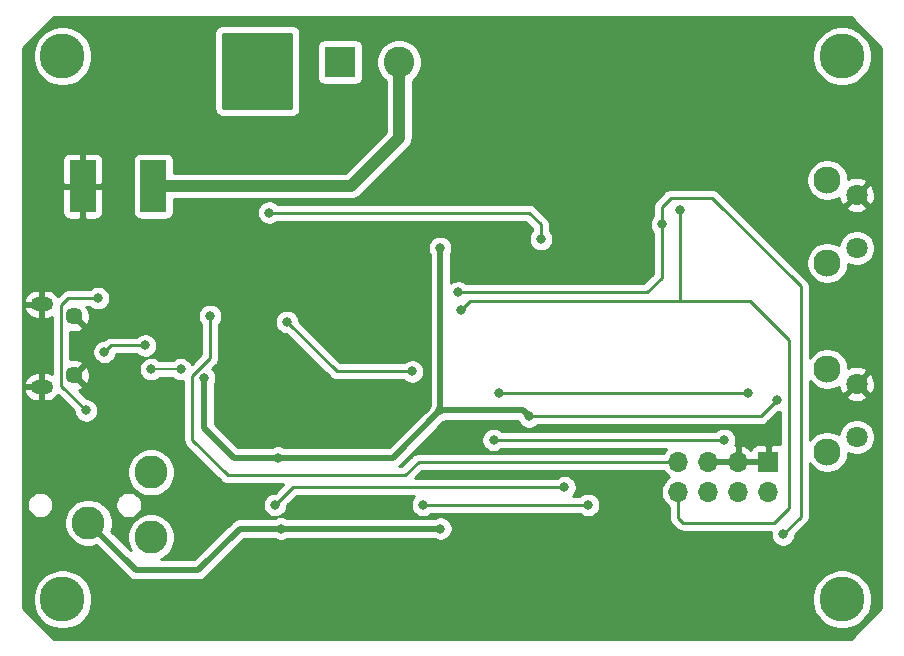
<source format=gbr>
%TF.GenerationSoftware,KiCad,Pcbnew,(5.1.6)-1*%
%TF.CreationDate,2020-08-23T15:49:17+02:00*%
%TF.ProjectId,ESP32MiniDrop,45535033-324d-4696-9e69-44726f702e6b,rev?*%
%TF.SameCoordinates,Original*%
%TF.FileFunction,Copper,L2,Bot*%
%TF.FilePolarity,Positive*%
%FSLAX46Y46*%
G04 Gerber Fmt 4.6, Leading zero omitted, Abs format (unit mm)*
G04 Created by KiCad (PCBNEW (5.1.6)-1) date 2020-08-23 15:49:17*
%MOMM*%
%LPD*%
G01*
G04 APERTURE LIST*
%TA.AperFunction,ComponentPad*%
%ADD10C,1.800000*%
%TD*%
%TA.AperFunction,ComponentPad*%
%ADD11C,2.300000*%
%TD*%
%TA.AperFunction,ComponentPad*%
%ADD12O,1.700000X1.700000*%
%TD*%
%TA.AperFunction,ComponentPad*%
%ADD13R,1.700000X1.700000*%
%TD*%
%TA.AperFunction,ComponentPad*%
%ADD14C,2.600000*%
%TD*%
%TA.AperFunction,ComponentPad*%
%ADD15R,2.600000X2.600000*%
%TD*%
%TA.AperFunction,ComponentPad*%
%ADD16C,2.800000*%
%TD*%
%TA.AperFunction,ComponentPad*%
%ADD17C,3.800000*%
%TD*%
%TA.AperFunction,ComponentPad*%
%ADD18O,1.900000X1.200000*%
%TD*%
%TA.AperFunction,ComponentPad*%
%ADD19C,1.450000*%
%TD*%
%TA.AperFunction,ComponentPad*%
%ADD20R,2.200000X4.400000*%
%TD*%
%TA.AperFunction,ViaPad*%
%ADD21C,4.500000*%
%TD*%
%TA.AperFunction,ViaPad*%
%ADD22C,0.800000*%
%TD*%
%TA.AperFunction,Conductor*%
%ADD23C,0.500000*%
%TD*%
%TA.AperFunction,Conductor*%
%ADD24C,0.250000*%
%TD*%
%TA.AperFunction,Conductor*%
%ADD25C,0.200000*%
%TD*%
%TA.AperFunction,Conductor*%
%ADD26C,1.000000*%
%TD*%
%TA.AperFunction,Conductor*%
%ADD27C,0.254000*%
%TD*%
G04 APERTURE END LIST*
D10*
%TO.P,SW1,2*%
%TO.N,GND*%
X71245000Y-31750000D03*
%TO.P,SW1,1*%
%TO.N,/EN*%
X71245000Y-36250000D03*
D11*
%TO.P,SW1,M*%
%TO.N,N/C*%
X68755000Y-30495000D03*
X68755000Y-37505000D03*
%TD*%
D12*
%TO.P,J5,8*%
%TO.N,/USB_RX*%
X56134000Y-40894000D03*
%TO.P,J5,7*%
%TO.N,/VREG_IN*%
X56134000Y-38354000D03*
%TO.P,J5,6*%
%TO.N,/USB_TX*%
X58674000Y-40894000D03*
%TO.P,J5,5*%
%TO.N,GND*%
X58674000Y-38354000D03*
%TO.P,J5,4*%
%TO.N,/IO0*%
X61214000Y-40894000D03*
%TO.P,J5,3*%
%TO.N,GND*%
X61214000Y-38354000D03*
%TO.P,J5,2*%
%TO.N,/EN*%
X63754000Y-40894000D03*
D13*
%TO.P,J5,1*%
%TO.N,GND*%
X63754000Y-38354000D03*
%TD*%
D14*
%TO.P,J4,2*%
%TO.N,+12V*%
X32500000Y-4500000D03*
D15*
%TO.P,J4,1*%
%TO.N,Net-(D7-Pad1)*%
X27500000Y-4500000D03*
%TD*%
D16*
%TO.P,J3,T*%
%TO.N,Net-(J3-PadT)*%
X11500000Y-39250000D03*
%TO.P,J3,R*%
%TO.N,Net-(J3-PadR)*%
X11500000Y-44750000D03*
%TO.P,J3,S*%
%TO.N,Net-(J3-PadS)*%
X6200000Y-43500000D03*
%TD*%
D17*
%TO.P,REF\u002A\u002A,1*%
%TO.N,N/C*%
X4000000Y-4000000D03*
%TD*%
D18*
%TO.P,J1,6*%
%TO.N,GND*%
X2262500Y-25000000D03*
X2262500Y-32000000D03*
D19*
X4962500Y-31000000D03*
X4962500Y-26000000D03*
%TD*%
D20*
%TO.P,J2,2*%
%TO.N,GND*%
X5700000Y-15000000D03*
%TO.P,J2,1*%
%TO.N,+12V*%
X11700000Y-15000000D03*
%TD*%
D10*
%TO.P,SW2,2*%
%TO.N,GND*%
X71245000Y-15750000D03*
%TO.P,SW2,1*%
%TO.N,/PairWitch_CTLI*%
X71245000Y-20250000D03*
D11*
%TO.P,SW2,M*%
%TO.N,N/C*%
X68755000Y-14495000D03*
X68755000Y-21505000D03*
%TD*%
D17*
%TO.P,REF\u002A\u002A,1*%
%TO.N,N/C*%
X70000000Y-4000000D03*
%TD*%
%TO.P,REF\u002A\u002A,1*%
%TO.N,N/C*%
X4000000Y-50000000D03*
%TD*%
%TO.P,REF\u002A\u002A,1*%
%TO.N,N/C*%
X70000000Y-50000000D03*
%TD*%
D21*
%TO.N,GND*%
X49000000Y-20750000D03*
D22*
X24500000Y-30500000D03*
X40750000Y-35250000D03*
X62000000Y-36500000D03*
%TO.N,+3V3*%
X16000000Y-31250000D03*
X35975000Y-20225000D03*
X36000000Y-34000000D03*
X22250000Y-38000000D03*
X43500000Y-34500000D03*
X64500000Y-33100000D03*
%TO.N,Solenoid_1_CTLO*%
X22000000Y-3900000D03*
X20500000Y-3900000D03*
X19000000Y-3900000D03*
X22000000Y-7000000D03*
X20500000Y-6900000D03*
X19000000Y-6900000D03*
X19000000Y-5400000D03*
X22000000Y-5400000D03*
X20500000Y-5400000D03*
X21500000Y-17250000D03*
X44500000Y-19500000D03*
%TO.N,Net-(J3-PadS)*%
X22500000Y-44000000D03*
X36000000Y-44000000D03*
%TO.N,/EN*%
X41000000Y-32500000D03*
X62000000Y-32500000D03*
%TO.N,/VUSB*%
X6000000Y-34000000D03*
X7000000Y-24500000D03*
%TO.N,/D+*%
X11000000Y-28500000D03*
X7550000Y-29050000D03*
%TO.N,/D-*%
X11500000Y-30500000D03*
X14000000Y-30500000D03*
%TO.N,/IO0*%
X40500000Y-36500000D03*
X60000000Y-36500000D03*
%TO.N,/DTR*%
X33600000Y-30700000D03*
X23000000Y-26500000D03*
%TO.N,/USB_RX*%
X56250000Y-17000000D03*
X37750000Y-25500000D03*
%TO.N,/USB_TX*%
X37500000Y-24000000D03*
X54750000Y-18250000D03*
X65000000Y-44500000D03*
%TO.N,Net-(R14-Pad1)*%
X46500000Y-40500000D03*
X22000000Y-42000000D03*
%TO.N,Net-(R15-Pad1)*%
X48500000Y-42000000D03*
X34500000Y-42000000D03*
%TO.N,/VREG_IN*%
X16500000Y-26000000D03*
%TD*%
D23*
%TO.N,+3V3*%
X35975000Y-20225000D02*
X35975000Y-33975000D01*
X35975000Y-33975000D02*
X36000000Y-34000000D01*
X16000000Y-31250000D02*
X16000000Y-35500000D01*
X18500000Y-38000000D02*
X22250000Y-38000000D01*
X16000000Y-35500000D02*
X18500000Y-38000000D01*
X32000000Y-38000000D02*
X36000000Y-34000000D01*
X22250000Y-38000000D02*
X32000000Y-38000000D01*
X36000000Y-34000000D02*
X43000000Y-34000000D01*
X43000000Y-34000000D02*
X43500000Y-34500000D01*
D24*
X63100000Y-34500000D02*
X64500000Y-33100000D01*
X43500000Y-34500000D02*
X63100000Y-34500000D01*
%TO.N,Solenoid_1_CTLO*%
X21500000Y-17250000D02*
X37250000Y-17250000D01*
X37250000Y-17250000D02*
X43500000Y-17250000D01*
X43500000Y-17250000D02*
X44500000Y-18250000D01*
X44500000Y-18250000D02*
X44500000Y-19500000D01*
D23*
%TO.N,Net-(J3-PadS)*%
X22500000Y-44000000D02*
X19000000Y-44000000D01*
X19000000Y-44000000D02*
X15500000Y-47500000D01*
X10200000Y-47500000D02*
X6200000Y-43500000D01*
X15500000Y-47500000D02*
X10200000Y-47500000D01*
X22500000Y-44000000D02*
X36000000Y-44000000D01*
D24*
%TO.N,/EN*%
X41000000Y-32500000D02*
X62000000Y-32500000D01*
%TO.N,/VUSB*%
X3912499Y-31912499D02*
X3912499Y-25087501D01*
X6000000Y-34000000D02*
X3912499Y-31912499D01*
X3912499Y-25087501D02*
X4500000Y-24500000D01*
X4500000Y-24500000D02*
X7000000Y-24500000D01*
%TO.N,/D+*%
X8100000Y-28500000D02*
X7550000Y-29050000D01*
X11000000Y-28500000D02*
X8100000Y-28500000D01*
D25*
%TO.N,/D-*%
X11500000Y-30500000D02*
X14000000Y-30500000D01*
D26*
%TO.N,+12V*%
X32500000Y-10900000D02*
X32500000Y-4500000D01*
X11700000Y-15000000D02*
X28400000Y-15000000D01*
X28400000Y-15000000D02*
X32500000Y-10900000D01*
D24*
%TO.N,/IO0*%
X40500000Y-36500000D02*
X60000000Y-36500000D01*
%TO.N,/DTR*%
X33600000Y-30700000D02*
X27200000Y-30700000D01*
X27200000Y-30700000D02*
X23000000Y-26500000D01*
%TO.N,/USB_RX*%
X51676998Y-24750000D02*
X38500000Y-24750000D01*
X38500000Y-24750000D02*
X37750000Y-25500000D01*
X53213499Y-24750000D02*
X51676998Y-24750000D01*
X56250000Y-24750000D02*
X53213499Y-24750000D01*
X56250000Y-17000000D02*
X56250000Y-24750000D01*
X56134000Y-43134000D02*
X56134000Y-40894000D01*
X56500000Y-43500000D02*
X56134000Y-43134000D01*
X62250000Y-24750000D02*
X65500000Y-28000000D01*
X53213499Y-24750000D02*
X62250000Y-24750000D01*
X65500000Y-28000000D02*
X65500000Y-42225001D01*
X65500000Y-42225001D02*
X64225001Y-43500000D01*
X64225001Y-43500000D02*
X56500000Y-43500000D01*
%TO.N,/USB_TX*%
X37500000Y-24000000D02*
X53500000Y-24000000D01*
X54750000Y-22750000D02*
X54750000Y-18250000D01*
X53500000Y-24000000D02*
X54750000Y-22750000D01*
X54750000Y-16750000D02*
X54750000Y-18250000D01*
X55500000Y-16000000D02*
X54750000Y-16750000D01*
X58674000Y-40894000D02*
X58674000Y-40674000D01*
X66500000Y-23500000D02*
X59000000Y-16000000D01*
X65000000Y-44500000D02*
X66500000Y-43000000D01*
X66500000Y-43000000D02*
X66500000Y-23500000D01*
X59000000Y-16000000D02*
X55500000Y-16000000D01*
%TO.N,Net-(R14-Pad1)*%
X46500000Y-40500000D02*
X23500000Y-40500000D01*
X23500000Y-40500000D02*
X22000000Y-42000000D01*
%TO.N,Net-(R15-Pad1)*%
X48500000Y-42000000D02*
X34500000Y-42000000D01*
%TO.N,/VREG_IN*%
X16500000Y-29573002D02*
X16500000Y-26565685D01*
X15000000Y-31073002D02*
X16500000Y-29573002D01*
X34146000Y-38354000D02*
X33000000Y-39500000D01*
X56134000Y-38354000D02*
X34146000Y-38354000D01*
X33000000Y-39500000D02*
X18000000Y-39500000D01*
X16500000Y-26565685D02*
X16500000Y-26000000D01*
X18000000Y-39500000D02*
X15000000Y-36500000D01*
X15000000Y-36500000D02*
X15000000Y-31073002D01*
%TD*%
D27*
%TO.N,GND*%
G36*
X73340001Y-3273382D02*
G01*
X73340000Y-50726619D01*
X70726620Y-53340000D01*
X3273381Y-53340000D01*
X660000Y-50726620D01*
X660000Y-49750324D01*
X1465000Y-49750324D01*
X1465000Y-50249676D01*
X1562418Y-50739432D01*
X1753512Y-51200773D01*
X2030937Y-51615968D01*
X2384032Y-51969063D01*
X2799227Y-52246488D01*
X3260568Y-52437582D01*
X3750324Y-52535000D01*
X4249676Y-52535000D01*
X4739432Y-52437582D01*
X5200773Y-52246488D01*
X5615968Y-51969063D01*
X5969063Y-51615968D01*
X6246488Y-51200773D01*
X6437582Y-50739432D01*
X6535000Y-50249676D01*
X6535000Y-49750324D01*
X67465000Y-49750324D01*
X67465000Y-50249676D01*
X67562418Y-50739432D01*
X67753512Y-51200773D01*
X68030937Y-51615968D01*
X68384032Y-51969063D01*
X68799227Y-52246488D01*
X69260568Y-52437582D01*
X69750324Y-52535000D01*
X70249676Y-52535000D01*
X70739432Y-52437582D01*
X71200773Y-52246488D01*
X71615968Y-51969063D01*
X71969063Y-51615968D01*
X72246488Y-51200773D01*
X72437582Y-50739432D01*
X72535000Y-50249676D01*
X72535000Y-49750324D01*
X72437582Y-49260568D01*
X72246488Y-48799227D01*
X71969063Y-48384032D01*
X71615968Y-48030937D01*
X71200773Y-47753512D01*
X70739432Y-47562418D01*
X70249676Y-47465000D01*
X69750324Y-47465000D01*
X69260568Y-47562418D01*
X68799227Y-47753512D01*
X68384032Y-48030937D01*
X68030937Y-48384032D01*
X67753512Y-48799227D01*
X67562418Y-49260568D01*
X67465000Y-49750324D01*
X6535000Y-49750324D01*
X6437582Y-49260568D01*
X6246488Y-48799227D01*
X5969063Y-48384032D01*
X5615968Y-48030937D01*
X5200773Y-47753512D01*
X4739432Y-47562418D01*
X4249676Y-47465000D01*
X3750324Y-47465000D01*
X3260568Y-47562418D01*
X2799227Y-47753512D01*
X2384032Y-48030937D01*
X2030937Y-48384032D01*
X1753512Y-48799227D01*
X1562418Y-49260568D01*
X1465000Y-49750324D01*
X660000Y-49750324D01*
X660000Y-43299570D01*
X4165000Y-43299570D01*
X4165000Y-43700430D01*
X4243204Y-44093587D01*
X4396607Y-44463934D01*
X4619313Y-44797237D01*
X4902763Y-45080687D01*
X5236066Y-45303393D01*
X5606413Y-45456796D01*
X5999570Y-45535000D01*
X6400430Y-45535000D01*
X6793587Y-45456796D01*
X6872522Y-45424100D01*
X9543470Y-48095049D01*
X9571183Y-48128817D01*
X9604951Y-48156530D01*
X9604953Y-48156532D01*
X9676452Y-48215210D01*
X9705941Y-48239411D01*
X9859687Y-48321589D01*
X10026510Y-48372195D01*
X10156523Y-48385000D01*
X10156533Y-48385000D01*
X10199999Y-48389281D01*
X10243465Y-48385000D01*
X15456531Y-48385000D01*
X15500000Y-48389281D01*
X15543469Y-48385000D01*
X15543477Y-48385000D01*
X15673490Y-48372195D01*
X15840313Y-48321589D01*
X15994059Y-48239411D01*
X16128817Y-48128817D01*
X16156534Y-48095044D01*
X19366579Y-44885000D01*
X21961546Y-44885000D01*
X22009744Y-44917205D01*
X22198102Y-44995226D01*
X22398061Y-45035000D01*
X22601939Y-45035000D01*
X22801898Y-44995226D01*
X22990256Y-44917205D01*
X23038454Y-44885000D01*
X35461546Y-44885000D01*
X35509744Y-44917205D01*
X35698102Y-44995226D01*
X35898061Y-45035000D01*
X36101939Y-45035000D01*
X36301898Y-44995226D01*
X36490256Y-44917205D01*
X36659774Y-44803937D01*
X36803937Y-44659774D01*
X36917205Y-44490256D01*
X36995226Y-44301898D01*
X37035000Y-44101939D01*
X37035000Y-43898061D01*
X36995226Y-43698102D01*
X36917205Y-43509744D01*
X36803937Y-43340226D01*
X36659774Y-43196063D01*
X36490256Y-43082795D01*
X36301898Y-43004774D01*
X36101939Y-42965000D01*
X35898061Y-42965000D01*
X35698102Y-43004774D01*
X35509744Y-43082795D01*
X35461546Y-43115000D01*
X23038454Y-43115000D01*
X22990256Y-43082795D01*
X22801898Y-43004774D01*
X22601939Y-42965000D01*
X22398061Y-42965000D01*
X22353444Y-42973875D01*
X22490256Y-42917205D01*
X22659774Y-42803937D01*
X22803937Y-42659774D01*
X22917205Y-42490256D01*
X22995226Y-42301898D01*
X23035000Y-42101939D01*
X23035000Y-42039801D01*
X23814802Y-41260000D01*
X33776289Y-41260000D01*
X33696063Y-41340226D01*
X33582795Y-41509744D01*
X33504774Y-41698102D01*
X33465000Y-41898061D01*
X33465000Y-42101939D01*
X33504774Y-42301898D01*
X33582795Y-42490256D01*
X33696063Y-42659774D01*
X33840226Y-42803937D01*
X34009744Y-42917205D01*
X34198102Y-42995226D01*
X34398061Y-43035000D01*
X34601939Y-43035000D01*
X34801898Y-42995226D01*
X34990256Y-42917205D01*
X35159774Y-42803937D01*
X35203711Y-42760000D01*
X47796289Y-42760000D01*
X47840226Y-42803937D01*
X48009744Y-42917205D01*
X48198102Y-42995226D01*
X48398061Y-43035000D01*
X48601939Y-43035000D01*
X48801898Y-42995226D01*
X48990256Y-42917205D01*
X49159774Y-42803937D01*
X49303937Y-42659774D01*
X49417205Y-42490256D01*
X49495226Y-42301898D01*
X49535000Y-42101939D01*
X49535000Y-41898061D01*
X49495226Y-41698102D01*
X49417205Y-41509744D01*
X49303937Y-41340226D01*
X49159774Y-41196063D01*
X48990256Y-41082795D01*
X48801898Y-41004774D01*
X48601939Y-40965000D01*
X48398061Y-40965000D01*
X48198102Y-41004774D01*
X48009744Y-41082795D01*
X47840226Y-41196063D01*
X47796289Y-41240000D01*
X47223711Y-41240000D01*
X47303937Y-41159774D01*
X47417205Y-40990256D01*
X47495226Y-40801898D01*
X47535000Y-40601939D01*
X47535000Y-40398061D01*
X47495226Y-40198102D01*
X47417205Y-40009744D01*
X47303937Y-39840226D01*
X47159774Y-39696063D01*
X46990256Y-39582795D01*
X46801898Y-39504774D01*
X46601939Y-39465000D01*
X46398061Y-39465000D01*
X46198102Y-39504774D01*
X46009744Y-39582795D01*
X45840226Y-39696063D01*
X45796289Y-39740000D01*
X33834801Y-39740000D01*
X34460802Y-39114000D01*
X54855822Y-39114000D01*
X54980525Y-39300632D01*
X55187368Y-39507475D01*
X55361760Y-39624000D01*
X55187368Y-39740525D01*
X54980525Y-39947368D01*
X54818010Y-40190589D01*
X54706068Y-40460842D01*
X54649000Y-40747740D01*
X54649000Y-41040260D01*
X54706068Y-41327158D01*
X54818010Y-41597411D01*
X54980525Y-41840632D01*
X55187368Y-42047475D01*
X55374000Y-42172179D01*
X55374000Y-43096677D01*
X55370324Y-43134000D01*
X55374000Y-43171322D01*
X55374000Y-43171332D01*
X55384997Y-43282985D01*
X55411751Y-43371183D01*
X55428454Y-43426246D01*
X55499026Y-43558276D01*
X55538871Y-43606826D01*
X55593999Y-43674001D01*
X55623003Y-43697804D01*
X55936196Y-44010997D01*
X55959999Y-44040001D01*
X56075724Y-44134974D01*
X56207753Y-44205546D01*
X56351014Y-44249003D01*
X56462667Y-44260000D01*
X56462676Y-44260000D01*
X56499999Y-44263676D01*
X56537322Y-44260000D01*
X63992462Y-44260000D01*
X63965000Y-44398061D01*
X63965000Y-44601939D01*
X64004774Y-44801898D01*
X64082795Y-44990256D01*
X64196063Y-45159774D01*
X64340226Y-45303937D01*
X64509744Y-45417205D01*
X64698102Y-45495226D01*
X64898061Y-45535000D01*
X65101939Y-45535000D01*
X65301898Y-45495226D01*
X65490256Y-45417205D01*
X65659774Y-45303937D01*
X65803937Y-45159774D01*
X65917205Y-44990256D01*
X65995226Y-44801898D01*
X66035000Y-44601939D01*
X66035000Y-44539801D01*
X67011004Y-43563798D01*
X67040001Y-43540001D01*
X67134974Y-43424276D01*
X67205546Y-43292247D01*
X67249003Y-43148986D01*
X67260000Y-43037333D01*
X67260000Y-43037324D01*
X67263676Y-43000001D01*
X67260000Y-42962678D01*
X67260000Y-38480490D01*
X67368500Y-38642871D01*
X67617129Y-38891500D01*
X67909485Y-39086847D01*
X68234335Y-39221404D01*
X68579193Y-39290000D01*
X68930807Y-39290000D01*
X69275665Y-39221404D01*
X69600515Y-39086847D01*
X69892871Y-38891500D01*
X70141500Y-38642871D01*
X70336847Y-38350515D01*
X70471404Y-38025665D01*
X70540000Y-37680807D01*
X70540000Y-37619451D01*
X70797257Y-37726011D01*
X71093816Y-37785000D01*
X71396184Y-37785000D01*
X71692743Y-37726011D01*
X71972095Y-37610299D01*
X72223505Y-37442312D01*
X72437312Y-37228505D01*
X72605299Y-36977095D01*
X72721011Y-36697743D01*
X72780000Y-36401184D01*
X72780000Y-36098816D01*
X72721011Y-35802257D01*
X72605299Y-35522905D01*
X72437312Y-35271495D01*
X72223505Y-35057688D01*
X71972095Y-34889701D01*
X71692743Y-34773989D01*
X71396184Y-34715000D01*
X71093816Y-34715000D01*
X70797257Y-34773989D01*
X70517905Y-34889701D01*
X70266495Y-35057688D01*
X70052688Y-35271495D01*
X69884701Y-35522905D01*
X69768989Y-35802257D01*
X69727998Y-36008335D01*
X69600515Y-35923153D01*
X69275665Y-35788596D01*
X68930807Y-35720000D01*
X68579193Y-35720000D01*
X68234335Y-35788596D01*
X67909485Y-35923153D01*
X67617129Y-36118500D01*
X67368500Y-36367129D01*
X67260000Y-36529510D01*
X67260000Y-32814080D01*
X70360525Y-32814080D01*
X70444208Y-33068261D01*
X70716775Y-33199158D01*
X71009642Y-33274365D01*
X71311553Y-33290991D01*
X71610907Y-33248397D01*
X71896199Y-33148222D01*
X72045792Y-33068261D01*
X72129475Y-32814080D01*
X71245000Y-31929605D01*
X70360525Y-32814080D01*
X67260000Y-32814080D01*
X67260000Y-31470490D01*
X67368500Y-31632871D01*
X67617129Y-31881500D01*
X67909485Y-32076847D01*
X68234335Y-32211404D01*
X68579193Y-32280000D01*
X68930807Y-32280000D01*
X69275665Y-32211404D01*
X69600515Y-32076847D01*
X69728845Y-31991099D01*
X69746603Y-32115907D01*
X69846778Y-32401199D01*
X69926739Y-32550792D01*
X70180920Y-32634475D01*
X71065395Y-31750000D01*
X71424605Y-31750000D01*
X72309080Y-32634475D01*
X72563261Y-32550792D01*
X72694158Y-32278225D01*
X72769365Y-31985358D01*
X72785991Y-31683447D01*
X72743397Y-31384093D01*
X72643222Y-31098801D01*
X72563261Y-30949208D01*
X72309080Y-30865525D01*
X71424605Y-31750000D01*
X71065395Y-31750000D01*
X71051253Y-31735858D01*
X71230858Y-31556253D01*
X71245000Y-31570395D01*
X72129475Y-30685920D01*
X72045792Y-30431739D01*
X71773225Y-30300842D01*
X71480358Y-30225635D01*
X71178447Y-30209009D01*
X70879093Y-30251603D01*
X70593801Y-30351778D01*
X70540000Y-30380536D01*
X70540000Y-30319193D01*
X70471404Y-29974335D01*
X70336847Y-29649485D01*
X70141500Y-29357129D01*
X69892871Y-29108500D01*
X69600515Y-28913153D01*
X69275665Y-28778596D01*
X68930807Y-28710000D01*
X68579193Y-28710000D01*
X68234335Y-28778596D01*
X67909485Y-28913153D01*
X67617129Y-29108500D01*
X67368500Y-29357129D01*
X67260000Y-29519510D01*
X67260000Y-23537325D01*
X67263676Y-23500000D01*
X67260000Y-23462675D01*
X67260000Y-23462667D01*
X67249003Y-23351014D01*
X67205546Y-23207753D01*
X67134974Y-23075724D01*
X67040001Y-22959999D01*
X67011003Y-22936201D01*
X65403995Y-21329193D01*
X66970000Y-21329193D01*
X66970000Y-21680807D01*
X67038596Y-22025665D01*
X67173153Y-22350515D01*
X67368500Y-22642871D01*
X67617129Y-22891500D01*
X67909485Y-23086847D01*
X68234335Y-23221404D01*
X68579193Y-23290000D01*
X68930807Y-23290000D01*
X69275665Y-23221404D01*
X69600515Y-23086847D01*
X69892871Y-22891500D01*
X70141500Y-22642871D01*
X70336847Y-22350515D01*
X70471404Y-22025665D01*
X70540000Y-21680807D01*
X70540000Y-21619451D01*
X70797257Y-21726011D01*
X71093816Y-21785000D01*
X71396184Y-21785000D01*
X71692743Y-21726011D01*
X71972095Y-21610299D01*
X72223505Y-21442312D01*
X72437312Y-21228505D01*
X72605299Y-20977095D01*
X72721011Y-20697743D01*
X72780000Y-20401184D01*
X72780000Y-20098816D01*
X72721011Y-19802257D01*
X72605299Y-19522905D01*
X72437312Y-19271495D01*
X72223505Y-19057688D01*
X71972095Y-18889701D01*
X71692743Y-18773989D01*
X71396184Y-18715000D01*
X71093816Y-18715000D01*
X70797257Y-18773989D01*
X70517905Y-18889701D01*
X70266495Y-19057688D01*
X70052688Y-19271495D01*
X69884701Y-19522905D01*
X69768989Y-19802257D01*
X69727998Y-20008335D01*
X69600515Y-19923153D01*
X69275665Y-19788596D01*
X68930807Y-19720000D01*
X68579193Y-19720000D01*
X68234335Y-19788596D01*
X67909485Y-19923153D01*
X67617129Y-20118500D01*
X67368500Y-20367129D01*
X67173153Y-20659485D01*
X67038596Y-20984335D01*
X66970000Y-21329193D01*
X65403995Y-21329193D01*
X60888882Y-16814080D01*
X70360525Y-16814080D01*
X70444208Y-17068261D01*
X70716775Y-17199158D01*
X71009642Y-17274365D01*
X71311553Y-17290991D01*
X71610907Y-17248397D01*
X71896199Y-17148222D01*
X72045792Y-17068261D01*
X72129475Y-16814080D01*
X71245000Y-15929605D01*
X70360525Y-16814080D01*
X60888882Y-16814080D01*
X59563804Y-15489003D01*
X59540001Y-15459999D01*
X59424276Y-15365026D01*
X59292247Y-15294454D01*
X59148986Y-15250997D01*
X59037333Y-15240000D01*
X59037322Y-15240000D01*
X59000000Y-15236324D01*
X58962678Y-15240000D01*
X55537322Y-15240000D01*
X55499999Y-15236324D01*
X55462676Y-15240000D01*
X55462667Y-15240000D01*
X55351014Y-15250997D01*
X55207753Y-15294454D01*
X55075724Y-15365026D01*
X54959999Y-15459999D01*
X54936201Y-15488998D01*
X54239002Y-16186197D01*
X54209999Y-16209999D01*
X54154871Y-16277174D01*
X54115026Y-16325724D01*
X54062348Y-16424277D01*
X54044454Y-16457754D01*
X54000997Y-16601015D01*
X53990000Y-16712668D01*
X53990000Y-16712678D01*
X53986324Y-16750000D01*
X53990000Y-16787323D01*
X53990001Y-17546288D01*
X53946063Y-17590226D01*
X53832795Y-17759744D01*
X53754774Y-17948102D01*
X53715000Y-18148061D01*
X53715000Y-18351939D01*
X53754774Y-18551898D01*
X53832795Y-18740256D01*
X53946063Y-18909774D01*
X53990001Y-18953712D01*
X53990000Y-22435198D01*
X53185199Y-23240000D01*
X38203711Y-23240000D01*
X38159774Y-23196063D01*
X37990256Y-23082795D01*
X37801898Y-23004774D01*
X37601939Y-22965000D01*
X37398061Y-22965000D01*
X37198102Y-23004774D01*
X37009744Y-23082795D01*
X36860000Y-23182850D01*
X36860000Y-20763454D01*
X36892205Y-20715256D01*
X36970226Y-20526898D01*
X37010000Y-20326939D01*
X37010000Y-20123061D01*
X36970226Y-19923102D01*
X36892205Y-19734744D01*
X36778937Y-19565226D01*
X36634774Y-19421063D01*
X36465256Y-19307795D01*
X36276898Y-19229774D01*
X36076939Y-19190000D01*
X35873061Y-19190000D01*
X35673102Y-19229774D01*
X35484744Y-19307795D01*
X35315226Y-19421063D01*
X35171063Y-19565226D01*
X35057795Y-19734744D01*
X34979774Y-19923102D01*
X34940000Y-20123061D01*
X34940000Y-20326939D01*
X34979774Y-20526898D01*
X35057795Y-20715256D01*
X35090000Y-20763454D01*
X35090001Y-33498959D01*
X35082795Y-33509744D01*
X35004774Y-33698102D01*
X34993465Y-33754956D01*
X31633422Y-37115000D01*
X22788454Y-37115000D01*
X22740256Y-37082795D01*
X22551898Y-37004774D01*
X22351939Y-36965000D01*
X22148061Y-36965000D01*
X21948102Y-37004774D01*
X21759744Y-37082795D01*
X21711546Y-37115000D01*
X18866579Y-37115000D01*
X16885000Y-35133422D01*
X16885000Y-31788454D01*
X16917205Y-31740256D01*
X16995226Y-31551898D01*
X17035000Y-31351939D01*
X17035000Y-31148061D01*
X16995226Y-30948102D01*
X16917205Y-30759744D01*
X16803937Y-30590226D01*
X16680757Y-30467046D01*
X17011004Y-30136800D01*
X17040001Y-30113003D01*
X17134974Y-29997278D01*
X17205546Y-29865249D01*
X17249003Y-29721988D01*
X17260000Y-29610335D01*
X17260000Y-29610326D01*
X17263676Y-29573003D01*
X17260000Y-29535680D01*
X17260000Y-26703711D01*
X17303937Y-26659774D01*
X17417205Y-26490256D01*
X17455393Y-26398061D01*
X21965000Y-26398061D01*
X21965000Y-26601939D01*
X22004774Y-26801898D01*
X22082795Y-26990256D01*
X22196063Y-27159774D01*
X22340226Y-27303937D01*
X22509744Y-27417205D01*
X22698102Y-27495226D01*
X22898061Y-27535000D01*
X22960199Y-27535000D01*
X26636201Y-31211003D01*
X26659999Y-31240001D01*
X26688997Y-31263799D01*
X26775723Y-31334974D01*
X26845925Y-31372498D01*
X26907753Y-31405546D01*
X27051014Y-31449003D01*
X27162667Y-31460000D01*
X27162677Y-31460000D01*
X27200000Y-31463676D01*
X27237323Y-31460000D01*
X32896289Y-31460000D01*
X32940226Y-31503937D01*
X33109744Y-31617205D01*
X33298102Y-31695226D01*
X33498061Y-31735000D01*
X33701939Y-31735000D01*
X33901898Y-31695226D01*
X34090256Y-31617205D01*
X34259774Y-31503937D01*
X34403937Y-31359774D01*
X34517205Y-31190256D01*
X34595226Y-31001898D01*
X34635000Y-30801939D01*
X34635000Y-30598061D01*
X34595226Y-30398102D01*
X34517205Y-30209744D01*
X34403937Y-30040226D01*
X34259774Y-29896063D01*
X34090256Y-29782795D01*
X33901898Y-29704774D01*
X33701939Y-29665000D01*
X33498061Y-29665000D01*
X33298102Y-29704774D01*
X33109744Y-29782795D01*
X32940226Y-29896063D01*
X32896289Y-29940000D01*
X27514802Y-29940000D01*
X24035000Y-26460199D01*
X24035000Y-26398061D01*
X23995226Y-26198102D01*
X23917205Y-26009744D01*
X23803937Y-25840226D01*
X23659774Y-25696063D01*
X23490256Y-25582795D01*
X23301898Y-25504774D01*
X23101939Y-25465000D01*
X22898061Y-25465000D01*
X22698102Y-25504774D01*
X22509744Y-25582795D01*
X22340226Y-25696063D01*
X22196063Y-25840226D01*
X22082795Y-26009744D01*
X22004774Y-26198102D01*
X21965000Y-26398061D01*
X17455393Y-26398061D01*
X17495226Y-26301898D01*
X17535000Y-26101939D01*
X17535000Y-25898061D01*
X17495226Y-25698102D01*
X17417205Y-25509744D01*
X17303937Y-25340226D01*
X17159774Y-25196063D01*
X16990256Y-25082795D01*
X16801898Y-25004774D01*
X16601939Y-24965000D01*
X16398061Y-24965000D01*
X16198102Y-25004774D01*
X16009744Y-25082795D01*
X15840226Y-25196063D01*
X15696063Y-25340226D01*
X15582795Y-25509744D01*
X15504774Y-25698102D01*
X15465000Y-25898061D01*
X15465000Y-26101939D01*
X15504774Y-26301898D01*
X15582795Y-26490256D01*
X15696063Y-26659774D01*
X15740001Y-26703712D01*
X15740000Y-29258200D01*
X14938074Y-30060126D01*
X14917205Y-30009744D01*
X14803937Y-29840226D01*
X14659774Y-29696063D01*
X14490256Y-29582795D01*
X14301898Y-29504774D01*
X14101939Y-29465000D01*
X13898061Y-29465000D01*
X13698102Y-29504774D01*
X13509744Y-29582795D01*
X13340226Y-29696063D01*
X13271289Y-29765000D01*
X12228711Y-29765000D01*
X12159774Y-29696063D01*
X11990256Y-29582795D01*
X11801898Y-29504774D01*
X11601939Y-29465000D01*
X11398061Y-29465000D01*
X11353444Y-29473875D01*
X11490256Y-29417205D01*
X11659774Y-29303937D01*
X11803937Y-29159774D01*
X11917205Y-28990256D01*
X11995226Y-28801898D01*
X12035000Y-28601939D01*
X12035000Y-28398061D01*
X11995226Y-28198102D01*
X11917205Y-28009744D01*
X11803937Y-27840226D01*
X11659774Y-27696063D01*
X11490256Y-27582795D01*
X11301898Y-27504774D01*
X11101939Y-27465000D01*
X10898061Y-27465000D01*
X10698102Y-27504774D01*
X10509744Y-27582795D01*
X10340226Y-27696063D01*
X10296289Y-27740000D01*
X8137322Y-27740000D01*
X8099999Y-27736324D01*
X8062676Y-27740000D01*
X8062667Y-27740000D01*
X7951014Y-27750997D01*
X7807753Y-27794454D01*
X7675724Y-27865026D01*
X7675722Y-27865027D01*
X7675723Y-27865027D01*
X7588996Y-27936201D01*
X7588992Y-27936205D01*
X7559999Y-27959999D01*
X7536205Y-27988993D01*
X7510197Y-28015000D01*
X7448061Y-28015000D01*
X7248102Y-28054774D01*
X7059744Y-28132795D01*
X6890226Y-28246063D01*
X6746063Y-28390226D01*
X6632795Y-28559744D01*
X6554774Y-28748102D01*
X6515000Y-28948061D01*
X6515000Y-29151939D01*
X6554774Y-29351898D01*
X6632795Y-29540256D01*
X6746063Y-29709774D01*
X6890226Y-29853937D01*
X7059744Y-29967205D01*
X7248102Y-30045226D01*
X7448061Y-30085000D01*
X7651939Y-30085000D01*
X7851898Y-30045226D01*
X8040256Y-29967205D01*
X8209774Y-29853937D01*
X8353937Y-29709774D01*
X8467205Y-29540256D01*
X8545226Y-29351898D01*
X8563506Y-29260000D01*
X10296289Y-29260000D01*
X10340226Y-29303937D01*
X10509744Y-29417205D01*
X10698102Y-29495226D01*
X10898061Y-29535000D01*
X11101939Y-29535000D01*
X11146556Y-29526125D01*
X11009744Y-29582795D01*
X10840226Y-29696063D01*
X10696063Y-29840226D01*
X10582795Y-30009744D01*
X10504774Y-30198102D01*
X10465000Y-30398061D01*
X10465000Y-30601939D01*
X10504774Y-30801898D01*
X10582795Y-30990256D01*
X10696063Y-31159774D01*
X10840226Y-31303937D01*
X11009744Y-31417205D01*
X11198102Y-31495226D01*
X11398061Y-31535000D01*
X11601939Y-31535000D01*
X11801898Y-31495226D01*
X11990256Y-31417205D01*
X12159774Y-31303937D01*
X12228711Y-31235000D01*
X13271289Y-31235000D01*
X13340226Y-31303937D01*
X13509744Y-31417205D01*
X13698102Y-31495226D01*
X13898061Y-31535000D01*
X14101939Y-31535000D01*
X14240001Y-31507538D01*
X14240000Y-36462677D01*
X14236324Y-36500000D01*
X14240000Y-36537322D01*
X14240000Y-36537332D01*
X14250997Y-36648985D01*
X14294454Y-36792246D01*
X14365026Y-36924276D01*
X14366497Y-36926068D01*
X14459999Y-37040001D01*
X14489003Y-37063804D01*
X17436201Y-40011003D01*
X17459999Y-40040001D01*
X17575724Y-40134974D01*
X17707753Y-40205546D01*
X17851014Y-40249003D01*
X17962667Y-40260000D01*
X17962675Y-40260000D01*
X18000000Y-40263676D01*
X18037325Y-40260000D01*
X22665198Y-40260000D01*
X21960199Y-40965000D01*
X21898061Y-40965000D01*
X21698102Y-41004774D01*
X21509744Y-41082795D01*
X21340226Y-41196063D01*
X21196063Y-41340226D01*
X21082795Y-41509744D01*
X21004774Y-41698102D01*
X20965000Y-41898061D01*
X20965000Y-42101939D01*
X21004774Y-42301898D01*
X21082795Y-42490256D01*
X21196063Y-42659774D01*
X21340226Y-42803937D01*
X21509744Y-42917205D01*
X21698102Y-42995226D01*
X21898061Y-43035000D01*
X22101939Y-43035000D01*
X22146556Y-43026125D01*
X22009744Y-43082795D01*
X21961546Y-43115000D01*
X19043465Y-43115000D01*
X18999999Y-43110719D01*
X18956533Y-43115000D01*
X18956523Y-43115000D01*
X18826510Y-43127805D01*
X18659687Y-43178411D01*
X18505941Y-43260589D01*
X18505939Y-43260590D01*
X18505940Y-43260590D01*
X18404953Y-43343468D01*
X18404951Y-43343470D01*
X18371183Y-43371183D01*
X18343470Y-43404951D01*
X15133422Y-46615000D01*
X12315202Y-46615000D01*
X12463934Y-46553393D01*
X12797237Y-46330687D01*
X13080687Y-46047237D01*
X13303393Y-45713934D01*
X13456796Y-45343587D01*
X13535000Y-44950430D01*
X13535000Y-44549570D01*
X13456796Y-44156413D01*
X13303393Y-43786066D01*
X13080687Y-43452763D01*
X12797237Y-43169313D01*
X12463934Y-42946607D01*
X12093587Y-42793204D01*
X11700430Y-42715000D01*
X11299570Y-42715000D01*
X10906413Y-42793204D01*
X10536066Y-42946607D01*
X10202763Y-43169313D01*
X9919313Y-43452763D01*
X9696607Y-43786066D01*
X9543204Y-44156413D01*
X9465000Y-44549570D01*
X9465000Y-44950430D01*
X9543204Y-45343587D01*
X9696607Y-45713934D01*
X9759221Y-45807642D01*
X8124100Y-44172522D01*
X8156796Y-44093587D01*
X8235000Y-43700430D01*
X8235000Y-43299570D01*
X8156796Y-42906413D01*
X8003393Y-42536066D01*
X7780687Y-42202763D01*
X7497237Y-41919313D01*
X7450692Y-41888212D01*
X8465000Y-41888212D01*
X8465000Y-42111788D01*
X8508617Y-42331067D01*
X8594176Y-42537624D01*
X8718388Y-42723520D01*
X8876480Y-42881612D01*
X9062376Y-43005824D01*
X9268933Y-43091383D01*
X9488212Y-43135000D01*
X9711788Y-43135000D01*
X9931067Y-43091383D01*
X10137624Y-43005824D01*
X10323520Y-42881612D01*
X10481612Y-42723520D01*
X10605824Y-42537624D01*
X10691383Y-42331067D01*
X10735000Y-42111788D01*
X10735000Y-41888212D01*
X10691383Y-41668933D01*
X10605824Y-41462376D01*
X10481612Y-41276480D01*
X10323520Y-41118388D01*
X10137624Y-40994176D01*
X9931067Y-40908617D01*
X9711788Y-40865000D01*
X9488212Y-40865000D01*
X9268933Y-40908617D01*
X9062376Y-40994176D01*
X8876480Y-41118388D01*
X8718388Y-41276480D01*
X8594176Y-41462376D01*
X8508617Y-41668933D01*
X8465000Y-41888212D01*
X7450692Y-41888212D01*
X7163934Y-41696607D01*
X6793587Y-41543204D01*
X6400430Y-41465000D01*
X5999570Y-41465000D01*
X5606413Y-41543204D01*
X5236066Y-41696607D01*
X4902763Y-41919313D01*
X4619313Y-42202763D01*
X4396607Y-42536066D01*
X4243204Y-42906413D01*
X4165000Y-43299570D01*
X660000Y-43299570D01*
X660000Y-41888212D01*
X965000Y-41888212D01*
X965000Y-42111788D01*
X1008617Y-42331067D01*
X1094176Y-42537624D01*
X1218388Y-42723520D01*
X1376480Y-42881612D01*
X1562376Y-43005824D01*
X1768933Y-43091383D01*
X1988212Y-43135000D01*
X2211788Y-43135000D01*
X2431067Y-43091383D01*
X2637624Y-43005824D01*
X2823520Y-42881612D01*
X2981612Y-42723520D01*
X3105824Y-42537624D01*
X3191383Y-42331067D01*
X3235000Y-42111788D01*
X3235000Y-41888212D01*
X3191383Y-41668933D01*
X3105824Y-41462376D01*
X2981612Y-41276480D01*
X2823520Y-41118388D01*
X2637624Y-40994176D01*
X2431067Y-40908617D01*
X2211788Y-40865000D01*
X1988212Y-40865000D01*
X1768933Y-40908617D01*
X1562376Y-40994176D01*
X1376480Y-41118388D01*
X1218388Y-41276480D01*
X1094176Y-41462376D01*
X1008617Y-41668933D01*
X965000Y-41888212D01*
X660000Y-41888212D01*
X660000Y-39049570D01*
X9465000Y-39049570D01*
X9465000Y-39450430D01*
X9543204Y-39843587D01*
X9696607Y-40213934D01*
X9919313Y-40547237D01*
X10202763Y-40830687D01*
X10536066Y-41053393D01*
X10906413Y-41206796D01*
X11299570Y-41285000D01*
X11700430Y-41285000D01*
X12093587Y-41206796D01*
X12463934Y-41053393D01*
X12797237Y-40830687D01*
X13080687Y-40547237D01*
X13303393Y-40213934D01*
X13456796Y-39843587D01*
X13535000Y-39450430D01*
X13535000Y-39049570D01*
X13456796Y-38656413D01*
X13303393Y-38286066D01*
X13080687Y-37952763D01*
X12797237Y-37669313D01*
X12463934Y-37446607D01*
X12093587Y-37293204D01*
X11700430Y-37215000D01*
X11299570Y-37215000D01*
X10906413Y-37293204D01*
X10536066Y-37446607D01*
X10202763Y-37669313D01*
X9919313Y-37952763D01*
X9696607Y-38286066D01*
X9543204Y-38656413D01*
X9465000Y-39049570D01*
X660000Y-39049570D01*
X660000Y-32317609D01*
X719038Y-32317609D01*
X722909Y-32355282D01*
X815079Y-32580533D01*
X949422Y-32783474D01*
X1120775Y-32956307D01*
X1322554Y-33092390D01*
X1547004Y-33186493D01*
X1785500Y-33235000D01*
X2135500Y-33235000D01*
X2135500Y-32127000D01*
X843769Y-32127000D01*
X719038Y-32317609D01*
X660000Y-32317609D01*
X660000Y-31682391D01*
X719038Y-31682391D01*
X843769Y-31873000D01*
X2135500Y-31873000D01*
X2135500Y-30765000D01*
X1785500Y-30765000D01*
X1547004Y-30813507D01*
X1322554Y-30907610D01*
X1120775Y-31043693D01*
X949422Y-31216526D01*
X815079Y-31419467D01*
X722909Y-31644718D01*
X719038Y-31682391D01*
X660000Y-31682391D01*
X660000Y-25317609D01*
X719038Y-25317609D01*
X722909Y-25355282D01*
X815079Y-25580533D01*
X949422Y-25783474D01*
X1120775Y-25956307D01*
X1322554Y-26092390D01*
X1547004Y-26186493D01*
X1785500Y-26235000D01*
X2135500Y-26235000D01*
X2135500Y-25127000D01*
X843769Y-25127000D01*
X719038Y-25317609D01*
X660000Y-25317609D01*
X660000Y-24682391D01*
X719038Y-24682391D01*
X843769Y-24873000D01*
X2135500Y-24873000D01*
X2135500Y-23765000D01*
X2389500Y-23765000D01*
X2389500Y-24873000D01*
X2409500Y-24873000D01*
X2409500Y-25127000D01*
X2389500Y-25127000D01*
X2389500Y-26235000D01*
X2739500Y-26235000D01*
X2977996Y-26186493D01*
X3152500Y-26113330D01*
X3152499Y-30886669D01*
X2977996Y-30813507D01*
X2739500Y-30765000D01*
X2389500Y-30765000D01*
X2389500Y-31873000D01*
X2409500Y-31873000D01*
X2409500Y-32127000D01*
X2389500Y-32127000D01*
X2389500Y-33235000D01*
X2739500Y-33235000D01*
X2977996Y-33186493D01*
X3202446Y-33092390D01*
X3404225Y-32956307D01*
X3575578Y-32783474D01*
X3628591Y-32703392D01*
X4965000Y-34039802D01*
X4965000Y-34101939D01*
X5004774Y-34301898D01*
X5082795Y-34490256D01*
X5196063Y-34659774D01*
X5340226Y-34803937D01*
X5509744Y-34917205D01*
X5698102Y-34995226D01*
X5898061Y-35035000D01*
X6101939Y-35035000D01*
X6301898Y-34995226D01*
X6490256Y-34917205D01*
X6659774Y-34803937D01*
X6803937Y-34659774D01*
X6917205Y-34490256D01*
X6995226Y-34301898D01*
X7035000Y-34101939D01*
X7035000Y-33898061D01*
X6995226Y-33698102D01*
X6917205Y-33509744D01*
X6803937Y-33340226D01*
X6659774Y-33196063D01*
X6490256Y-33082795D01*
X6301898Y-33004774D01*
X6101939Y-32965000D01*
X6039802Y-32965000D01*
X5372727Y-32297926D01*
X5552600Y-32232609D01*
X5659535Y-32175450D01*
X5722028Y-31939133D01*
X4962500Y-31179605D01*
X4948358Y-31193748D01*
X4768753Y-31014143D01*
X4782895Y-31000000D01*
X5142105Y-31000000D01*
X5901633Y-31759528D01*
X6137950Y-31697035D01*
X6251350Y-31454322D01*
X6315219Y-31194151D01*
X6327104Y-30926518D01*
X6286548Y-30661709D01*
X6195109Y-30409900D01*
X6137950Y-30302965D01*
X5901633Y-30240472D01*
X5142105Y-31000000D01*
X4782895Y-31000000D01*
X4768753Y-30985858D01*
X4948358Y-30806253D01*
X4962500Y-30820395D01*
X5722028Y-30060867D01*
X5659535Y-29824550D01*
X5416822Y-29711150D01*
X5156651Y-29647281D01*
X4889018Y-29635396D01*
X4672499Y-29668556D01*
X4672499Y-27329189D01*
X4768349Y-27352719D01*
X5035982Y-27364604D01*
X5300791Y-27324048D01*
X5552600Y-27232609D01*
X5659535Y-27175450D01*
X5722028Y-26939133D01*
X4962500Y-26179605D01*
X4948358Y-26193748D01*
X4768753Y-26014143D01*
X4782895Y-26000000D01*
X4768753Y-25985858D01*
X4948358Y-25806253D01*
X4962500Y-25820395D01*
X4976643Y-25806253D01*
X5156248Y-25985858D01*
X5142105Y-26000000D01*
X5901633Y-26759528D01*
X6137950Y-26697035D01*
X6251350Y-26454322D01*
X6315219Y-26194151D01*
X6327104Y-25926518D01*
X6286548Y-25661709D01*
X6195109Y-25409900D01*
X6137950Y-25302965D01*
X5975478Y-25260000D01*
X6296289Y-25260000D01*
X6340226Y-25303937D01*
X6509744Y-25417205D01*
X6698102Y-25495226D01*
X6898061Y-25535000D01*
X7101939Y-25535000D01*
X7301898Y-25495226D01*
X7490256Y-25417205D01*
X7659774Y-25303937D01*
X7803937Y-25159774D01*
X7917205Y-24990256D01*
X7995226Y-24801898D01*
X8035000Y-24601939D01*
X8035000Y-24398061D01*
X7995226Y-24198102D01*
X7917205Y-24009744D01*
X7803937Y-23840226D01*
X7659774Y-23696063D01*
X7490256Y-23582795D01*
X7301898Y-23504774D01*
X7101939Y-23465000D01*
X6898061Y-23465000D01*
X6698102Y-23504774D01*
X6509744Y-23582795D01*
X6340226Y-23696063D01*
X6296289Y-23740000D01*
X4537323Y-23740000D01*
X4500000Y-23736324D01*
X4462677Y-23740000D01*
X4462667Y-23740000D01*
X4351014Y-23750997D01*
X4215032Y-23792246D01*
X4207753Y-23794454D01*
X4075723Y-23865026D01*
X3992083Y-23933668D01*
X3959999Y-23959999D01*
X3936200Y-23988998D01*
X3628591Y-24296608D01*
X3575578Y-24216526D01*
X3404225Y-24043693D01*
X3202446Y-23907610D01*
X2977996Y-23813507D01*
X2739500Y-23765000D01*
X2389500Y-23765000D01*
X2135500Y-23765000D01*
X1785500Y-23765000D01*
X1547004Y-23813507D01*
X1322554Y-23907610D01*
X1120775Y-24043693D01*
X949422Y-24216526D01*
X815079Y-24419467D01*
X722909Y-24644718D01*
X719038Y-24682391D01*
X660000Y-24682391D01*
X660000Y-17200000D01*
X3961928Y-17200000D01*
X3974188Y-17324482D01*
X4010498Y-17444180D01*
X4069463Y-17554494D01*
X4148815Y-17651185D01*
X4245506Y-17730537D01*
X4355820Y-17789502D01*
X4475518Y-17825812D01*
X4600000Y-17838072D01*
X5414250Y-17835000D01*
X5573000Y-17676250D01*
X5573000Y-15127000D01*
X5827000Y-15127000D01*
X5827000Y-17676250D01*
X5985750Y-17835000D01*
X6800000Y-17838072D01*
X6924482Y-17825812D01*
X7044180Y-17789502D01*
X7154494Y-17730537D01*
X7251185Y-17651185D01*
X7330537Y-17554494D01*
X7389502Y-17444180D01*
X7425812Y-17324482D01*
X7438072Y-17200000D01*
X7435000Y-15285750D01*
X7276250Y-15127000D01*
X5827000Y-15127000D01*
X5573000Y-15127000D01*
X4123750Y-15127000D01*
X3965000Y-15285750D01*
X3961928Y-17200000D01*
X660000Y-17200000D01*
X660000Y-12800000D01*
X3961928Y-12800000D01*
X3965000Y-14714250D01*
X4123750Y-14873000D01*
X5573000Y-14873000D01*
X5573000Y-12323750D01*
X5827000Y-12323750D01*
X5827000Y-14873000D01*
X7276250Y-14873000D01*
X7435000Y-14714250D01*
X7438072Y-12800000D01*
X9961928Y-12800000D01*
X9961928Y-17200000D01*
X9974188Y-17324482D01*
X10010498Y-17444180D01*
X10069463Y-17554494D01*
X10148815Y-17651185D01*
X10245506Y-17730537D01*
X10355820Y-17789502D01*
X10475518Y-17825812D01*
X10600000Y-17838072D01*
X12800000Y-17838072D01*
X12924482Y-17825812D01*
X13044180Y-17789502D01*
X13154494Y-17730537D01*
X13251185Y-17651185D01*
X13330537Y-17554494D01*
X13389502Y-17444180D01*
X13425812Y-17324482D01*
X13438072Y-17200000D01*
X13438072Y-17148061D01*
X20465000Y-17148061D01*
X20465000Y-17351939D01*
X20504774Y-17551898D01*
X20582795Y-17740256D01*
X20696063Y-17909774D01*
X20840226Y-18053937D01*
X21009744Y-18167205D01*
X21198102Y-18245226D01*
X21398061Y-18285000D01*
X21601939Y-18285000D01*
X21801898Y-18245226D01*
X21990256Y-18167205D01*
X22159774Y-18053937D01*
X22203711Y-18010000D01*
X43185199Y-18010000D01*
X43740000Y-18564802D01*
X43740000Y-18796289D01*
X43696063Y-18840226D01*
X43582795Y-19009744D01*
X43504774Y-19198102D01*
X43465000Y-19398061D01*
X43465000Y-19601939D01*
X43504774Y-19801898D01*
X43582795Y-19990256D01*
X43696063Y-20159774D01*
X43840226Y-20303937D01*
X44009744Y-20417205D01*
X44198102Y-20495226D01*
X44398061Y-20535000D01*
X44601939Y-20535000D01*
X44801898Y-20495226D01*
X44990256Y-20417205D01*
X45159774Y-20303937D01*
X45303937Y-20159774D01*
X45417205Y-19990256D01*
X45495226Y-19801898D01*
X45535000Y-19601939D01*
X45535000Y-19398061D01*
X45495226Y-19198102D01*
X45417205Y-19009744D01*
X45303937Y-18840226D01*
X45260000Y-18796289D01*
X45260000Y-18287333D01*
X45263677Y-18250000D01*
X45249003Y-18101014D01*
X45205546Y-17957753D01*
X45134974Y-17825724D01*
X45063799Y-17738997D01*
X45040001Y-17709999D01*
X45011004Y-17686202D01*
X44063804Y-16739002D01*
X44040001Y-16709999D01*
X43924276Y-16615026D01*
X43792247Y-16544454D01*
X43648986Y-16500997D01*
X43537333Y-16490000D01*
X43537322Y-16490000D01*
X43500000Y-16486324D01*
X43462678Y-16490000D01*
X22203711Y-16490000D01*
X22159774Y-16446063D01*
X21990256Y-16332795D01*
X21801898Y-16254774D01*
X21601939Y-16215000D01*
X21398061Y-16215000D01*
X21198102Y-16254774D01*
X21009744Y-16332795D01*
X20840226Y-16446063D01*
X20696063Y-16590226D01*
X20582795Y-16759744D01*
X20504774Y-16948102D01*
X20465000Y-17148061D01*
X13438072Y-17148061D01*
X13438072Y-16135000D01*
X28344249Y-16135000D01*
X28400000Y-16140491D01*
X28455751Y-16135000D01*
X28455752Y-16135000D01*
X28622499Y-16118577D01*
X28836447Y-16053676D01*
X29033623Y-15948284D01*
X29206449Y-15806449D01*
X29241996Y-15763135D01*
X30685938Y-14319193D01*
X66970000Y-14319193D01*
X66970000Y-14670807D01*
X67038596Y-15015665D01*
X67173153Y-15340515D01*
X67368500Y-15632871D01*
X67617129Y-15881500D01*
X67909485Y-16076847D01*
X68234335Y-16211404D01*
X68579193Y-16280000D01*
X68930807Y-16280000D01*
X69275665Y-16211404D01*
X69600515Y-16076847D01*
X69728845Y-15991099D01*
X69746603Y-16115907D01*
X69846778Y-16401199D01*
X69926739Y-16550792D01*
X70180920Y-16634475D01*
X71065395Y-15750000D01*
X71424605Y-15750000D01*
X72309080Y-16634475D01*
X72563261Y-16550792D01*
X72694158Y-16278225D01*
X72769365Y-15985358D01*
X72785991Y-15683447D01*
X72743397Y-15384093D01*
X72643222Y-15098801D01*
X72563261Y-14949208D01*
X72309080Y-14865525D01*
X71424605Y-15750000D01*
X71065395Y-15750000D01*
X71051253Y-15735858D01*
X71230858Y-15556253D01*
X71245000Y-15570395D01*
X72129475Y-14685920D01*
X72045792Y-14431739D01*
X71773225Y-14300842D01*
X71480358Y-14225635D01*
X71178447Y-14209009D01*
X70879093Y-14251603D01*
X70593801Y-14351778D01*
X70540000Y-14380536D01*
X70540000Y-14319193D01*
X70471404Y-13974335D01*
X70336847Y-13649485D01*
X70141500Y-13357129D01*
X69892871Y-13108500D01*
X69600515Y-12913153D01*
X69275665Y-12778596D01*
X68930807Y-12710000D01*
X68579193Y-12710000D01*
X68234335Y-12778596D01*
X67909485Y-12913153D01*
X67617129Y-13108500D01*
X67368500Y-13357129D01*
X67173153Y-13649485D01*
X67038596Y-13974335D01*
X66970000Y-14319193D01*
X30685938Y-14319193D01*
X33263146Y-11741987D01*
X33306449Y-11706449D01*
X33448284Y-11533623D01*
X33553676Y-11336447D01*
X33618577Y-11122499D01*
X33635000Y-10955752D01*
X33635000Y-10955751D01*
X33640491Y-10900000D01*
X33635000Y-10844248D01*
X33635000Y-6068822D01*
X33733491Y-6003013D01*
X34003013Y-5733491D01*
X34214775Y-5416566D01*
X34360639Y-5064419D01*
X34435000Y-4690581D01*
X34435000Y-4309419D01*
X34360639Y-3935581D01*
X34283904Y-3750324D01*
X67465000Y-3750324D01*
X67465000Y-4249676D01*
X67562418Y-4739432D01*
X67753512Y-5200773D01*
X68030937Y-5615968D01*
X68384032Y-5969063D01*
X68799227Y-6246488D01*
X69260568Y-6437582D01*
X69750324Y-6535000D01*
X70249676Y-6535000D01*
X70739432Y-6437582D01*
X71200773Y-6246488D01*
X71615968Y-5969063D01*
X71969063Y-5615968D01*
X72246488Y-5200773D01*
X72437582Y-4739432D01*
X72535000Y-4249676D01*
X72535000Y-3750324D01*
X72437582Y-3260568D01*
X72246488Y-2799227D01*
X71969063Y-2384032D01*
X71615968Y-2030937D01*
X71200773Y-1753512D01*
X70739432Y-1562418D01*
X70249676Y-1465000D01*
X69750324Y-1465000D01*
X69260568Y-1562418D01*
X68799227Y-1753512D01*
X68384032Y-2030937D01*
X68030937Y-2384032D01*
X67753512Y-2799227D01*
X67562418Y-3260568D01*
X67465000Y-3750324D01*
X34283904Y-3750324D01*
X34214775Y-3583434D01*
X34003013Y-3266509D01*
X33733491Y-2996987D01*
X33416566Y-2785225D01*
X33064419Y-2639361D01*
X32690581Y-2565000D01*
X32309419Y-2565000D01*
X31935581Y-2639361D01*
X31583434Y-2785225D01*
X31266509Y-2996987D01*
X30996987Y-3266509D01*
X30785225Y-3583434D01*
X30639361Y-3935581D01*
X30565000Y-4309419D01*
X30565000Y-4690581D01*
X30639361Y-5064419D01*
X30785225Y-5416566D01*
X30996987Y-5733491D01*
X31266509Y-6003013D01*
X31365001Y-6068823D01*
X31365000Y-10429867D01*
X27929869Y-13865000D01*
X13438072Y-13865000D01*
X13438072Y-12800000D01*
X13425812Y-12675518D01*
X13389502Y-12555820D01*
X13330537Y-12445506D01*
X13251185Y-12348815D01*
X13154494Y-12269463D01*
X13044180Y-12210498D01*
X12924482Y-12174188D01*
X12800000Y-12161928D01*
X10600000Y-12161928D01*
X10475518Y-12174188D01*
X10355820Y-12210498D01*
X10245506Y-12269463D01*
X10148815Y-12348815D01*
X10069463Y-12445506D01*
X10010498Y-12555820D01*
X9974188Y-12675518D01*
X9961928Y-12800000D01*
X7438072Y-12800000D01*
X7425812Y-12675518D01*
X7389502Y-12555820D01*
X7330537Y-12445506D01*
X7251185Y-12348815D01*
X7154494Y-12269463D01*
X7044180Y-12210498D01*
X6924482Y-12174188D01*
X6800000Y-12161928D01*
X5985750Y-12165000D01*
X5827000Y-12323750D01*
X5573000Y-12323750D01*
X5414250Y-12165000D01*
X4600000Y-12161928D01*
X4475518Y-12174188D01*
X4355820Y-12210498D01*
X4245506Y-12269463D01*
X4148815Y-12348815D01*
X4069463Y-12445506D01*
X4010498Y-12555820D01*
X3974188Y-12675518D01*
X3961928Y-12800000D01*
X660000Y-12800000D01*
X660000Y-3750324D01*
X1465000Y-3750324D01*
X1465000Y-4249676D01*
X1562418Y-4739432D01*
X1753512Y-5200773D01*
X2030937Y-5615968D01*
X2384032Y-5969063D01*
X2799227Y-6246488D01*
X3260568Y-6437582D01*
X3750324Y-6535000D01*
X4249676Y-6535000D01*
X4739432Y-6437582D01*
X5200773Y-6246488D01*
X5615968Y-5969063D01*
X5969063Y-5615968D01*
X6246488Y-5200773D01*
X6437582Y-4739432D01*
X6535000Y-4249676D01*
X6535000Y-3750324D01*
X6437582Y-3260568D01*
X6246488Y-2799227D01*
X5969063Y-2384032D01*
X5615968Y-2030937D01*
X5569668Y-2000000D01*
X16865000Y-2000000D01*
X16865000Y-8500000D01*
X16877201Y-8623882D01*
X16913336Y-8743004D01*
X16972017Y-8852787D01*
X17050987Y-8949013D01*
X17147213Y-9027983D01*
X17256996Y-9086664D01*
X17376118Y-9122799D01*
X17500000Y-9135000D01*
X23500000Y-9135000D01*
X23623882Y-9122799D01*
X23743004Y-9086664D01*
X23852787Y-9027983D01*
X23949013Y-8949013D01*
X24027983Y-8852787D01*
X24086664Y-8743004D01*
X24122799Y-8623882D01*
X24135000Y-8500000D01*
X24135000Y-3200000D01*
X25561928Y-3200000D01*
X25561928Y-5800000D01*
X25574188Y-5924482D01*
X25610498Y-6044180D01*
X25669463Y-6154494D01*
X25748815Y-6251185D01*
X25845506Y-6330537D01*
X25955820Y-6389502D01*
X26075518Y-6425812D01*
X26200000Y-6438072D01*
X28800000Y-6438072D01*
X28924482Y-6425812D01*
X29044180Y-6389502D01*
X29154494Y-6330537D01*
X29251185Y-6251185D01*
X29330537Y-6154494D01*
X29389502Y-6044180D01*
X29425812Y-5924482D01*
X29438072Y-5800000D01*
X29438072Y-3200000D01*
X29425812Y-3075518D01*
X29389502Y-2955820D01*
X29330537Y-2845506D01*
X29251185Y-2748815D01*
X29154494Y-2669463D01*
X29044180Y-2610498D01*
X28924482Y-2574188D01*
X28800000Y-2561928D01*
X26200000Y-2561928D01*
X26075518Y-2574188D01*
X25955820Y-2610498D01*
X25845506Y-2669463D01*
X25748815Y-2748815D01*
X25669463Y-2845506D01*
X25610498Y-2955820D01*
X25574188Y-3075518D01*
X25561928Y-3200000D01*
X24135000Y-3200000D01*
X24135000Y-2000000D01*
X24122799Y-1876118D01*
X24086664Y-1756996D01*
X24027983Y-1647213D01*
X23949013Y-1550987D01*
X23852787Y-1472017D01*
X23743004Y-1413336D01*
X23623882Y-1377201D01*
X23500000Y-1365000D01*
X17500000Y-1365000D01*
X17376118Y-1377201D01*
X17256996Y-1413336D01*
X17147213Y-1472017D01*
X17050987Y-1550987D01*
X16972017Y-1647213D01*
X16913336Y-1756996D01*
X16877201Y-1876118D01*
X16865000Y-2000000D01*
X5569668Y-2000000D01*
X5200773Y-1753512D01*
X4739432Y-1562418D01*
X4249676Y-1465000D01*
X3750324Y-1465000D01*
X3260568Y-1562418D01*
X2799227Y-1753512D01*
X2384032Y-2030937D01*
X2030937Y-2384032D01*
X1753512Y-2799227D01*
X1562418Y-3260568D01*
X1465000Y-3750324D01*
X660000Y-3750324D01*
X660000Y-3273380D01*
X3273381Y-660000D01*
X70726620Y-660000D01*
X73340001Y-3273382D01*
G37*
X73340001Y-3273382D02*
X73340000Y-50726619D01*
X70726620Y-53340000D01*
X3273381Y-53340000D01*
X660000Y-50726620D01*
X660000Y-49750324D01*
X1465000Y-49750324D01*
X1465000Y-50249676D01*
X1562418Y-50739432D01*
X1753512Y-51200773D01*
X2030937Y-51615968D01*
X2384032Y-51969063D01*
X2799227Y-52246488D01*
X3260568Y-52437582D01*
X3750324Y-52535000D01*
X4249676Y-52535000D01*
X4739432Y-52437582D01*
X5200773Y-52246488D01*
X5615968Y-51969063D01*
X5969063Y-51615968D01*
X6246488Y-51200773D01*
X6437582Y-50739432D01*
X6535000Y-50249676D01*
X6535000Y-49750324D01*
X67465000Y-49750324D01*
X67465000Y-50249676D01*
X67562418Y-50739432D01*
X67753512Y-51200773D01*
X68030937Y-51615968D01*
X68384032Y-51969063D01*
X68799227Y-52246488D01*
X69260568Y-52437582D01*
X69750324Y-52535000D01*
X70249676Y-52535000D01*
X70739432Y-52437582D01*
X71200773Y-52246488D01*
X71615968Y-51969063D01*
X71969063Y-51615968D01*
X72246488Y-51200773D01*
X72437582Y-50739432D01*
X72535000Y-50249676D01*
X72535000Y-49750324D01*
X72437582Y-49260568D01*
X72246488Y-48799227D01*
X71969063Y-48384032D01*
X71615968Y-48030937D01*
X71200773Y-47753512D01*
X70739432Y-47562418D01*
X70249676Y-47465000D01*
X69750324Y-47465000D01*
X69260568Y-47562418D01*
X68799227Y-47753512D01*
X68384032Y-48030937D01*
X68030937Y-48384032D01*
X67753512Y-48799227D01*
X67562418Y-49260568D01*
X67465000Y-49750324D01*
X6535000Y-49750324D01*
X6437582Y-49260568D01*
X6246488Y-48799227D01*
X5969063Y-48384032D01*
X5615968Y-48030937D01*
X5200773Y-47753512D01*
X4739432Y-47562418D01*
X4249676Y-47465000D01*
X3750324Y-47465000D01*
X3260568Y-47562418D01*
X2799227Y-47753512D01*
X2384032Y-48030937D01*
X2030937Y-48384032D01*
X1753512Y-48799227D01*
X1562418Y-49260568D01*
X1465000Y-49750324D01*
X660000Y-49750324D01*
X660000Y-43299570D01*
X4165000Y-43299570D01*
X4165000Y-43700430D01*
X4243204Y-44093587D01*
X4396607Y-44463934D01*
X4619313Y-44797237D01*
X4902763Y-45080687D01*
X5236066Y-45303393D01*
X5606413Y-45456796D01*
X5999570Y-45535000D01*
X6400430Y-45535000D01*
X6793587Y-45456796D01*
X6872522Y-45424100D01*
X9543470Y-48095049D01*
X9571183Y-48128817D01*
X9604951Y-48156530D01*
X9604953Y-48156532D01*
X9676452Y-48215210D01*
X9705941Y-48239411D01*
X9859687Y-48321589D01*
X10026510Y-48372195D01*
X10156523Y-48385000D01*
X10156533Y-48385000D01*
X10199999Y-48389281D01*
X10243465Y-48385000D01*
X15456531Y-48385000D01*
X15500000Y-48389281D01*
X15543469Y-48385000D01*
X15543477Y-48385000D01*
X15673490Y-48372195D01*
X15840313Y-48321589D01*
X15994059Y-48239411D01*
X16128817Y-48128817D01*
X16156534Y-48095044D01*
X19366579Y-44885000D01*
X21961546Y-44885000D01*
X22009744Y-44917205D01*
X22198102Y-44995226D01*
X22398061Y-45035000D01*
X22601939Y-45035000D01*
X22801898Y-44995226D01*
X22990256Y-44917205D01*
X23038454Y-44885000D01*
X35461546Y-44885000D01*
X35509744Y-44917205D01*
X35698102Y-44995226D01*
X35898061Y-45035000D01*
X36101939Y-45035000D01*
X36301898Y-44995226D01*
X36490256Y-44917205D01*
X36659774Y-44803937D01*
X36803937Y-44659774D01*
X36917205Y-44490256D01*
X36995226Y-44301898D01*
X37035000Y-44101939D01*
X37035000Y-43898061D01*
X36995226Y-43698102D01*
X36917205Y-43509744D01*
X36803937Y-43340226D01*
X36659774Y-43196063D01*
X36490256Y-43082795D01*
X36301898Y-43004774D01*
X36101939Y-42965000D01*
X35898061Y-42965000D01*
X35698102Y-43004774D01*
X35509744Y-43082795D01*
X35461546Y-43115000D01*
X23038454Y-43115000D01*
X22990256Y-43082795D01*
X22801898Y-43004774D01*
X22601939Y-42965000D01*
X22398061Y-42965000D01*
X22353444Y-42973875D01*
X22490256Y-42917205D01*
X22659774Y-42803937D01*
X22803937Y-42659774D01*
X22917205Y-42490256D01*
X22995226Y-42301898D01*
X23035000Y-42101939D01*
X23035000Y-42039801D01*
X23814802Y-41260000D01*
X33776289Y-41260000D01*
X33696063Y-41340226D01*
X33582795Y-41509744D01*
X33504774Y-41698102D01*
X33465000Y-41898061D01*
X33465000Y-42101939D01*
X33504774Y-42301898D01*
X33582795Y-42490256D01*
X33696063Y-42659774D01*
X33840226Y-42803937D01*
X34009744Y-42917205D01*
X34198102Y-42995226D01*
X34398061Y-43035000D01*
X34601939Y-43035000D01*
X34801898Y-42995226D01*
X34990256Y-42917205D01*
X35159774Y-42803937D01*
X35203711Y-42760000D01*
X47796289Y-42760000D01*
X47840226Y-42803937D01*
X48009744Y-42917205D01*
X48198102Y-42995226D01*
X48398061Y-43035000D01*
X48601939Y-43035000D01*
X48801898Y-42995226D01*
X48990256Y-42917205D01*
X49159774Y-42803937D01*
X49303937Y-42659774D01*
X49417205Y-42490256D01*
X49495226Y-42301898D01*
X49535000Y-42101939D01*
X49535000Y-41898061D01*
X49495226Y-41698102D01*
X49417205Y-41509744D01*
X49303937Y-41340226D01*
X49159774Y-41196063D01*
X48990256Y-41082795D01*
X48801898Y-41004774D01*
X48601939Y-40965000D01*
X48398061Y-40965000D01*
X48198102Y-41004774D01*
X48009744Y-41082795D01*
X47840226Y-41196063D01*
X47796289Y-41240000D01*
X47223711Y-41240000D01*
X47303937Y-41159774D01*
X47417205Y-40990256D01*
X47495226Y-40801898D01*
X47535000Y-40601939D01*
X47535000Y-40398061D01*
X47495226Y-40198102D01*
X47417205Y-40009744D01*
X47303937Y-39840226D01*
X47159774Y-39696063D01*
X46990256Y-39582795D01*
X46801898Y-39504774D01*
X46601939Y-39465000D01*
X46398061Y-39465000D01*
X46198102Y-39504774D01*
X46009744Y-39582795D01*
X45840226Y-39696063D01*
X45796289Y-39740000D01*
X33834801Y-39740000D01*
X34460802Y-39114000D01*
X54855822Y-39114000D01*
X54980525Y-39300632D01*
X55187368Y-39507475D01*
X55361760Y-39624000D01*
X55187368Y-39740525D01*
X54980525Y-39947368D01*
X54818010Y-40190589D01*
X54706068Y-40460842D01*
X54649000Y-40747740D01*
X54649000Y-41040260D01*
X54706068Y-41327158D01*
X54818010Y-41597411D01*
X54980525Y-41840632D01*
X55187368Y-42047475D01*
X55374000Y-42172179D01*
X55374000Y-43096677D01*
X55370324Y-43134000D01*
X55374000Y-43171322D01*
X55374000Y-43171332D01*
X55384997Y-43282985D01*
X55411751Y-43371183D01*
X55428454Y-43426246D01*
X55499026Y-43558276D01*
X55538871Y-43606826D01*
X55593999Y-43674001D01*
X55623003Y-43697804D01*
X55936196Y-44010997D01*
X55959999Y-44040001D01*
X56075724Y-44134974D01*
X56207753Y-44205546D01*
X56351014Y-44249003D01*
X56462667Y-44260000D01*
X56462676Y-44260000D01*
X56499999Y-44263676D01*
X56537322Y-44260000D01*
X63992462Y-44260000D01*
X63965000Y-44398061D01*
X63965000Y-44601939D01*
X64004774Y-44801898D01*
X64082795Y-44990256D01*
X64196063Y-45159774D01*
X64340226Y-45303937D01*
X64509744Y-45417205D01*
X64698102Y-45495226D01*
X64898061Y-45535000D01*
X65101939Y-45535000D01*
X65301898Y-45495226D01*
X65490256Y-45417205D01*
X65659774Y-45303937D01*
X65803937Y-45159774D01*
X65917205Y-44990256D01*
X65995226Y-44801898D01*
X66035000Y-44601939D01*
X66035000Y-44539801D01*
X67011004Y-43563798D01*
X67040001Y-43540001D01*
X67134974Y-43424276D01*
X67205546Y-43292247D01*
X67249003Y-43148986D01*
X67260000Y-43037333D01*
X67260000Y-43037324D01*
X67263676Y-43000001D01*
X67260000Y-42962678D01*
X67260000Y-38480490D01*
X67368500Y-38642871D01*
X67617129Y-38891500D01*
X67909485Y-39086847D01*
X68234335Y-39221404D01*
X68579193Y-39290000D01*
X68930807Y-39290000D01*
X69275665Y-39221404D01*
X69600515Y-39086847D01*
X69892871Y-38891500D01*
X70141500Y-38642871D01*
X70336847Y-38350515D01*
X70471404Y-38025665D01*
X70540000Y-37680807D01*
X70540000Y-37619451D01*
X70797257Y-37726011D01*
X71093816Y-37785000D01*
X71396184Y-37785000D01*
X71692743Y-37726011D01*
X71972095Y-37610299D01*
X72223505Y-37442312D01*
X72437312Y-37228505D01*
X72605299Y-36977095D01*
X72721011Y-36697743D01*
X72780000Y-36401184D01*
X72780000Y-36098816D01*
X72721011Y-35802257D01*
X72605299Y-35522905D01*
X72437312Y-35271495D01*
X72223505Y-35057688D01*
X71972095Y-34889701D01*
X71692743Y-34773989D01*
X71396184Y-34715000D01*
X71093816Y-34715000D01*
X70797257Y-34773989D01*
X70517905Y-34889701D01*
X70266495Y-35057688D01*
X70052688Y-35271495D01*
X69884701Y-35522905D01*
X69768989Y-35802257D01*
X69727998Y-36008335D01*
X69600515Y-35923153D01*
X69275665Y-35788596D01*
X68930807Y-35720000D01*
X68579193Y-35720000D01*
X68234335Y-35788596D01*
X67909485Y-35923153D01*
X67617129Y-36118500D01*
X67368500Y-36367129D01*
X67260000Y-36529510D01*
X67260000Y-32814080D01*
X70360525Y-32814080D01*
X70444208Y-33068261D01*
X70716775Y-33199158D01*
X71009642Y-33274365D01*
X71311553Y-33290991D01*
X71610907Y-33248397D01*
X71896199Y-33148222D01*
X72045792Y-33068261D01*
X72129475Y-32814080D01*
X71245000Y-31929605D01*
X70360525Y-32814080D01*
X67260000Y-32814080D01*
X67260000Y-31470490D01*
X67368500Y-31632871D01*
X67617129Y-31881500D01*
X67909485Y-32076847D01*
X68234335Y-32211404D01*
X68579193Y-32280000D01*
X68930807Y-32280000D01*
X69275665Y-32211404D01*
X69600515Y-32076847D01*
X69728845Y-31991099D01*
X69746603Y-32115907D01*
X69846778Y-32401199D01*
X69926739Y-32550792D01*
X70180920Y-32634475D01*
X71065395Y-31750000D01*
X71424605Y-31750000D01*
X72309080Y-32634475D01*
X72563261Y-32550792D01*
X72694158Y-32278225D01*
X72769365Y-31985358D01*
X72785991Y-31683447D01*
X72743397Y-31384093D01*
X72643222Y-31098801D01*
X72563261Y-30949208D01*
X72309080Y-30865525D01*
X71424605Y-31750000D01*
X71065395Y-31750000D01*
X71051253Y-31735858D01*
X71230858Y-31556253D01*
X71245000Y-31570395D01*
X72129475Y-30685920D01*
X72045792Y-30431739D01*
X71773225Y-30300842D01*
X71480358Y-30225635D01*
X71178447Y-30209009D01*
X70879093Y-30251603D01*
X70593801Y-30351778D01*
X70540000Y-30380536D01*
X70540000Y-30319193D01*
X70471404Y-29974335D01*
X70336847Y-29649485D01*
X70141500Y-29357129D01*
X69892871Y-29108500D01*
X69600515Y-28913153D01*
X69275665Y-28778596D01*
X68930807Y-28710000D01*
X68579193Y-28710000D01*
X68234335Y-28778596D01*
X67909485Y-28913153D01*
X67617129Y-29108500D01*
X67368500Y-29357129D01*
X67260000Y-29519510D01*
X67260000Y-23537325D01*
X67263676Y-23500000D01*
X67260000Y-23462675D01*
X67260000Y-23462667D01*
X67249003Y-23351014D01*
X67205546Y-23207753D01*
X67134974Y-23075724D01*
X67040001Y-22959999D01*
X67011003Y-22936201D01*
X65403995Y-21329193D01*
X66970000Y-21329193D01*
X66970000Y-21680807D01*
X67038596Y-22025665D01*
X67173153Y-22350515D01*
X67368500Y-22642871D01*
X67617129Y-22891500D01*
X67909485Y-23086847D01*
X68234335Y-23221404D01*
X68579193Y-23290000D01*
X68930807Y-23290000D01*
X69275665Y-23221404D01*
X69600515Y-23086847D01*
X69892871Y-22891500D01*
X70141500Y-22642871D01*
X70336847Y-22350515D01*
X70471404Y-22025665D01*
X70540000Y-21680807D01*
X70540000Y-21619451D01*
X70797257Y-21726011D01*
X71093816Y-21785000D01*
X71396184Y-21785000D01*
X71692743Y-21726011D01*
X71972095Y-21610299D01*
X72223505Y-21442312D01*
X72437312Y-21228505D01*
X72605299Y-20977095D01*
X72721011Y-20697743D01*
X72780000Y-20401184D01*
X72780000Y-20098816D01*
X72721011Y-19802257D01*
X72605299Y-19522905D01*
X72437312Y-19271495D01*
X72223505Y-19057688D01*
X71972095Y-18889701D01*
X71692743Y-18773989D01*
X71396184Y-18715000D01*
X71093816Y-18715000D01*
X70797257Y-18773989D01*
X70517905Y-18889701D01*
X70266495Y-19057688D01*
X70052688Y-19271495D01*
X69884701Y-19522905D01*
X69768989Y-19802257D01*
X69727998Y-20008335D01*
X69600515Y-19923153D01*
X69275665Y-19788596D01*
X68930807Y-19720000D01*
X68579193Y-19720000D01*
X68234335Y-19788596D01*
X67909485Y-19923153D01*
X67617129Y-20118500D01*
X67368500Y-20367129D01*
X67173153Y-20659485D01*
X67038596Y-20984335D01*
X66970000Y-21329193D01*
X65403995Y-21329193D01*
X60888882Y-16814080D01*
X70360525Y-16814080D01*
X70444208Y-17068261D01*
X70716775Y-17199158D01*
X71009642Y-17274365D01*
X71311553Y-17290991D01*
X71610907Y-17248397D01*
X71896199Y-17148222D01*
X72045792Y-17068261D01*
X72129475Y-16814080D01*
X71245000Y-15929605D01*
X70360525Y-16814080D01*
X60888882Y-16814080D01*
X59563804Y-15489003D01*
X59540001Y-15459999D01*
X59424276Y-15365026D01*
X59292247Y-15294454D01*
X59148986Y-15250997D01*
X59037333Y-15240000D01*
X59037322Y-15240000D01*
X59000000Y-15236324D01*
X58962678Y-15240000D01*
X55537322Y-15240000D01*
X55499999Y-15236324D01*
X55462676Y-15240000D01*
X55462667Y-15240000D01*
X55351014Y-15250997D01*
X55207753Y-15294454D01*
X55075724Y-15365026D01*
X54959999Y-15459999D01*
X54936201Y-15488998D01*
X54239002Y-16186197D01*
X54209999Y-16209999D01*
X54154871Y-16277174D01*
X54115026Y-16325724D01*
X54062348Y-16424277D01*
X54044454Y-16457754D01*
X54000997Y-16601015D01*
X53990000Y-16712668D01*
X53990000Y-16712678D01*
X53986324Y-16750000D01*
X53990000Y-16787323D01*
X53990001Y-17546288D01*
X53946063Y-17590226D01*
X53832795Y-17759744D01*
X53754774Y-17948102D01*
X53715000Y-18148061D01*
X53715000Y-18351939D01*
X53754774Y-18551898D01*
X53832795Y-18740256D01*
X53946063Y-18909774D01*
X53990001Y-18953712D01*
X53990000Y-22435198D01*
X53185199Y-23240000D01*
X38203711Y-23240000D01*
X38159774Y-23196063D01*
X37990256Y-23082795D01*
X37801898Y-23004774D01*
X37601939Y-22965000D01*
X37398061Y-22965000D01*
X37198102Y-23004774D01*
X37009744Y-23082795D01*
X36860000Y-23182850D01*
X36860000Y-20763454D01*
X36892205Y-20715256D01*
X36970226Y-20526898D01*
X37010000Y-20326939D01*
X37010000Y-20123061D01*
X36970226Y-19923102D01*
X36892205Y-19734744D01*
X36778937Y-19565226D01*
X36634774Y-19421063D01*
X36465256Y-19307795D01*
X36276898Y-19229774D01*
X36076939Y-19190000D01*
X35873061Y-19190000D01*
X35673102Y-19229774D01*
X35484744Y-19307795D01*
X35315226Y-19421063D01*
X35171063Y-19565226D01*
X35057795Y-19734744D01*
X34979774Y-19923102D01*
X34940000Y-20123061D01*
X34940000Y-20326939D01*
X34979774Y-20526898D01*
X35057795Y-20715256D01*
X35090000Y-20763454D01*
X35090001Y-33498959D01*
X35082795Y-33509744D01*
X35004774Y-33698102D01*
X34993465Y-33754956D01*
X31633422Y-37115000D01*
X22788454Y-37115000D01*
X22740256Y-37082795D01*
X22551898Y-37004774D01*
X22351939Y-36965000D01*
X22148061Y-36965000D01*
X21948102Y-37004774D01*
X21759744Y-37082795D01*
X21711546Y-37115000D01*
X18866579Y-37115000D01*
X16885000Y-35133422D01*
X16885000Y-31788454D01*
X16917205Y-31740256D01*
X16995226Y-31551898D01*
X17035000Y-31351939D01*
X17035000Y-31148061D01*
X16995226Y-30948102D01*
X16917205Y-30759744D01*
X16803937Y-30590226D01*
X16680757Y-30467046D01*
X17011004Y-30136800D01*
X17040001Y-30113003D01*
X17134974Y-29997278D01*
X17205546Y-29865249D01*
X17249003Y-29721988D01*
X17260000Y-29610335D01*
X17260000Y-29610326D01*
X17263676Y-29573003D01*
X17260000Y-29535680D01*
X17260000Y-26703711D01*
X17303937Y-26659774D01*
X17417205Y-26490256D01*
X17455393Y-26398061D01*
X21965000Y-26398061D01*
X21965000Y-26601939D01*
X22004774Y-26801898D01*
X22082795Y-26990256D01*
X22196063Y-27159774D01*
X22340226Y-27303937D01*
X22509744Y-27417205D01*
X22698102Y-27495226D01*
X22898061Y-27535000D01*
X22960199Y-27535000D01*
X26636201Y-31211003D01*
X26659999Y-31240001D01*
X26688997Y-31263799D01*
X26775723Y-31334974D01*
X26845925Y-31372498D01*
X26907753Y-31405546D01*
X27051014Y-31449003D01*
X27162667Y-31460000D01*
X27162677Y-31460000D01*
X27200000Y-31463676D01*
X27237323Y-31460000D01*
X32896289Y-31460000D01*
X32940226Y-31503937D01*
X33109744Y-31617205D01*
X33298102Y-31695226D01*
X33498061Y-31735000D01*
X33701939Y-31735000D01*
X33901898Y-31695226D01*
X34090256Y-31617205D01*
X34259774Y-31503937D01*
X34403937Y-31359774D01*
X34517205Y-31190256D01*
X34595226Y-31001898D01*
X34635000Y-30801939D01*
X34635000Y-30598061D01*
X34595226Y-30398102D01*
X34517205Y-30209744D01*
X34403937Y-30040226D01*
X34259774Y-29896063D01*
X34090256Y-29782795D01*
X33901898Y-29704774D01*
X33701939Y-29665000D01*
X33498061Y-29665000D01*
X33298102Y-29704774D01*
X33109744Y-29782795D01*
X32940226Y-29896063D01*
X32896289Y-29940000D01*
X27514802Y-29940000D01*
X24035000Y-26460199D01*
X24035000Y-26398061D01*
X23995226Y-26198102D01*
X23917205Y-26009744D01*
X23803937Y-25840226D01*
X23659774Y-25696063D01*
X23490256Y-25582795D01*
X23301898Y-25504774D01*
X23101939Y-25465000D01*
X22898061Y-25465000D01*
X22698102Y-25504774D01*
X22509744Y-25582795D01*
X22340226Y-25696063D01*
X22196063Y-25840226D01*
X22082795Y-26009744D01*
X22004774Y-26198102D01*
X21965000Y-26398061D01*
X17455393Y-26398061D01*
X17495226Y-26301898D01*
X17535000Y-26101939D01*
X17535000Y-25898061D01*
X17495226Y-25698102D01*
X17417205Y-25509744D01*
X17303937Y-25340226D01*
X17159774Y-25196063D01*
X16990256Y-25082795D01*
X16801898Y-25004774D01*
X16601939Y-24965000D01*
X16398061Y-24965000D01*
X16198102Y-25004774D01*
X16009744Y-25082795D01*
X15840226Y-25196063D01*
X15696063Y-25340226D01*
X15582795Y-25509744D01*
X15504774Y-25698102D01*
X15465000Y-25898061D01*
X15465000Y-26101939D01*
X15504774Y-26301898D01*
X15582795Y-26490256D01*
X15696063Y-26659774D01*
X15740001Y-26703712D01*
X15740000Y-29258200D01*
X14938074Y-30060126D01*
X14917205Y-30009744D01*
X14803937Y-29840226D01*
X14659774Y-29696063D01*
X14490256Y-29582795D01*
X14301898Y-29504774D01*
X14101939Y-29465000D01*
X13898061Y-29465000D01*
X13698102Y-29504774D01*
X13509744Y-29582795D01*
X13340226Y-29696063D01*
X13271289Y-29765000D01*
X12228711Y-29765000D01*
X12159774Y-29696063D01*
X11990256Y-29582795D01*
X11801898Y-29504774D01*
X11601939Y-29465000D01*
X11398061Y-29465000D01*
X11353444Y-29473875D01*
X11490256Y-29417205D01*
X11659774Y-29303937D01*
X11803937Y-29159774D01*
X11917205Y-28990256D01*
X11995226Y-28801898D01*
X12035000Y-28601939D01*
X12035000Y-28398061D01*
X11995226Y-28198102D01*
X11917205Y-28009744D01*
X11803937Y-27840226D01*
X11659774Y-27696063D01*
X11490256Y-27582795D01*
X11301898Y-27504774D01*
X11101939Y-27465000D01*
X10898061Y-27465000D01*
X10698102Y-27504774D01*
X10509744Y-27582795D01*
X10340226Y-27696063D01*
X10296289Y-27740000D01*
X8137322Y-27740000D01*
X8099999Y-27736324D01*
X8062676Y-27740000D01*
X8062667Y-27740000D01*
X7951014Y-27750997D01*
X7807753Y-27794454D01*
X7675724Y-27865026D01*
X7675722Y-27865027D01*
X7675723Y-27865027D01*
X7588996Y-27936201D01*
X7588992Y-27936205D01*
X7559999Y-27959999D01*
X7536205Y-27988993D01*
X7510197Y-28015000D01*
X7448061Y-28015000D01*
X7248102Y-28054774D01*
X7059744Y-28132795D01*
X6890226Y-28246063D01*
X6746063Y-28390226D01*
X6632795Y-28559744D01*
X6554774Y-28748102D01*
X6515000Y-28948061D01*
X6515000Y-29151939D01*
X6554774Y-29351898D01*
X6632795Y-29540256D01*
X6746063Y-29709774D01*
X6890226Y-29853937D01*
X7059744Y-29967205D01*
X7248102Y-30045226D01*
X7448061Y-30085000D01*
X7651939Y-30085000D01*
X7851898Y-30045226D01*
X8040256Y-29967205D01*
X8209774Y-29853937D01*
X8353937Y-29709774D01*
X8467205Y-29540256D01*
X8545226Y-29351898D01*
X8563506Y-29260000D01*
X10296289Y-29260000D01*
X10340226Y-29303937D01*
X10509744Y-29417205D01*
X10698102Y-29495226D01*
X10898061Y-29535000D01*
X11101939Y-29535000D01*
X11146556Y-29526125D01*
X11009744Y-29582795D01*
X10840226Y-29696063D01*
X10696063Y-29840226D01*
X10582795Y-30009744D01*
X10504774Y-30198102D01*
X10465000Y-30398061D01*
X10465000Y-30601939D01*
X10504774Y-30801898D01*
X10582795Y-30990256D01*
X10696063Y-31159774D01*
X10840226Y-31303937D01*
X11009744Y-31417205D01*
X11198102Y-31495226D01*
X11398061Y-31535000D01*
X11601939Y-31535000D01*
X11801898Y-31495226D01*
X11990256Y-31417205D01*
X12159774Y-31303937D01*
X12228711Y-31235000D01*
X13271289Y-31235000D01*
X13340226Y-31303937D01*
X13509744Y-31417205D01*
X13698102Y-31495226D01*
X13898061Y-31535000D01*
X14101939Y-31535000D01*
X14240001Y-31507538D01*
X14240000Y-36462677D01*
X14236324Y-36500000D01*
X14240000Y-36537322D01*
X14240000Y-36537332D01*
X14250997Y-36648985D01*
X14294454Y-36792246D01*
X14365026Y-36924276D01*
X14366497Y-36926068D01*
X14459999Y-37040001D01*
X14489003Y-37063804D01*
X17436201Y-40011003D01*
X17459999Y-40040001D01*
X17575724Y-40134974D01*
X17707753Y-40205546D01*
X17851014Y-40249003D01*
X17962667Y-40260000D01*
X17962675Y-40260000D01*
X18000000Y-40263676D01*
X18037325Y-40260000D01*
X22665198Y-40260000D01*
X21960199Y-40965000D01*
X21898061Y-40965000D01*
X21698102Y-41004774D01*
X21509744Y-41082795D01*
X21340226Y-41196063D01*
X21196063Y-41340226D01*
X21082795Y-41509744D01*
X21004774Y-41698102D01*
X20965000Y-41898061D01*
X20965000Y-42101939D01*
X21004774Y-42301898D01*
X21082795Y-42490256D01*
X21196063Y-42659774D01*
X21340226Y-42803937D01*
X21509744Y-42917205D01*
X21698102Y-42995226D01*
X21898061Y-43035000D01*
X22101939Y-43035000D01*
X22146556Y-43026125D01*
X22009744Y-43082795D01*
X21961546Y-43115000D01*
X19043465Y-43115000D01*
X18999999Y-43110719D01*
X18956533Y-43115000D01*
X18956523Y-43115000D01*
X18826510Y-43127805D01*
X18659687Y-43178411D01*
X18505941Y-43260589D01*
X18505939Y-43260590D01*
X18505940Y-43260590D01*
X18404953Y-43343468D01*
X18404951Y-43343470D01*
X18371183Y-43371183D01*
X18343470Y-43404951D01*
X15133422Y-46615000D01*
X12315202Y-46615000D01*
X12463934Y-46553393D01*
X12797237Y-46330687D01*
X13080687Y-46047237D01*
X13303393Y-45713934D01*
X13456796Y-45343587D01*
X13535000Y-44950430D01*
X13535000Y-44549570D01*
X13456796Y-44156413D01*
X13303393Y-43786066D01*
X13080687Y-43452763D01*
X12797237Y-43169313D01*
X12463934Y-42946607D01*
X12093587Y-42793204D01*
X11700430Y-42715000D01*
X11299570Y-42715000D01*
X10906413Y-42793204D01*
X10536066Y-42946607D01*
X10202763Y-43169313D01*
X9919313Y-43452763D01*
X9696607Y-43786066D01*
X9543204Y-44156413D01*
X9465000Y-44549570D01*
X9465000Y-44950430D01*
X9543204Y-45343587D01*
X9696607Y-45713934D01*
X9759221Y-45807642D01*
X8124100Y-44172522D01*
X8156796Y-44093587D01*
X8235000Y-43700430D01*
X8235000Y-43299570D01*
X8156796Y-42906413D01*
X8003393Y-42536066D01*
X7780687Y-42202763D01*
X7497237Y-41919313D01*
X7450692Y-41888212D01*
X8465000Y-41888212D01*
X8465000Y-42111788D01*
X8508617Y-42331067D01*
X8594176Y-42537624D01*
X8718388Y-42723520D01*
X8876480Y-42881612D01*
X9062376Y-43005824D01*
X9268933Y-43091383D01*
X9488212Y-43135000D01*
X9711788Y-43135000D01*
X9931067Y-43091383D01*
X10137624Y-43005824D01*
X10323520Y-42881612D01*
X10481612Y-42723520D01*
X10605824Y-42537624D01*
X10691383Y-42331067D01*
X10735000Y-42111788D01*
X10735000Y-41888212D01*
X10691383Y-41668933D01*
X10605824Y-41462376D01*
X10481612Y-41276480D01*
X10323520Y-41118388D01*
X10137624Y-40994176D01*
X9931067Y-40908617D01*
X9711788Y-40865000D01*
X9488212Y-40865000D01*
X9268933Y-40908617D01*
X9062376Y-40994176D01*
X8876480Y-41118388D01*
X8718388Y-41276480D01*
X8594176Y-41462376D01*
X8508617Y-41668933D01*
X8465000Y-41888212D01*
X7450692Y-41888212D01*
X7163934Y-41696607D01*
X6793587Y-41543204D01*
X6400430Y-41465000D01*
X5999570Y-41465000D01*
X5606413Y-41543204D01*
X5236066Y-41696607D01*
X4902763Y-41919313D01*
X4619313Y-42202763D01*
X4396607Y-42536066D01*
X4243204Y-42906413D01*
X4165000Y-43299570D01*
X660000Y-43299570D01*
X660000Y-41888212D01*
X965000Y-41888212D01*
X965000Y-42111788D01*
X1008617Y-42331067D01*
X1094176Y-42537624D01*
X1218388Y-42723520D01*
X1376480Y-42881612D01*
X1562376Y-43005824D01*
X1768933Y-43091383D01*
X1988212Y-43135000D01*
X2211788Y-43135000D01*
X2431067Y-43091383D01*
X2637624Y-43005824D01*
X2823520Y-42881612D01*
X2981612Y-42723520D01*
X3105824Y-42537624D01*
X3191383Y-42331067D01*
X3235000Y-42111788D01*
X3235000Y-41888212D01*
X3191383Y-41668933D01*
X3105824Y-41462376D01*
X2981612Y-41276480D01*
X2823520Y-41118388D01*
X2637624Y-40994176D01*
X2431067Y-40908617D01*
X2211788Y-40865000D01*
X1988212Y-40865000D01*
X1768933Y-40908617D01*
X1562376Y-40994176D01*
X1376480Y-41118388D01*
X1218388Y-41276480D01*
X1094176Y-41462376D01*
X1008617Y-41668933D01*
X965000Y-41888212D01*
X660000Y-41888212D01*
X660000Y-39049570D01*
X9465000Y-39049570D01*
X9465000Y-39450430D01*
X9543204Y-39843587D01*
X9696607Y-40213934D01*
X9919313Y-40547237D01*
X10202763Y-40830687D01*
X10536066Y-41053393D01*
X10906413Y-41206796D01*
X11299570Y-41285000D01*
X11700430Y-41285000D01*
X12093587Y-41206796D01*
X12463934Y-41053393D01*
X12797237Y-40830687D01*
X13080687Y-40547237D01*
X13303393Y-40213934D01*
X13456796Y-39843587D01*
X13535000Y-39450430D01*
X13535000Y-39049570D01*
X13456796Y-38656413D01*
X13303393Y-38286066D01*
X13080687Y-37952763D01*
X12797237Y-37669313D01*
X12463934Y-37446607D01*
X12093587Y-37293204D01*
X11700430Y-37215000D01*
X11299570Y-37215000D01*
X10906413Y-37293204D01*
X10536066Y-37446607D01*
X10202763Y-37669313D01*
X9919313Y-37952763D01*
X9696607Y-38286066D01*
X9543204Y-38656413D01*
X9465000Y-39049570D01*
X660000Y-39049570D01*
X660000Y-32317609D01*
X719038Y-32317609D01*
X722909Y-32355282D01*
X815079Y-32580533D01*
X949422Y-32783474D01*
X1120775Y-32956307D01*
X1322554Y-33092390D01*
X1547004Y-33186493D01*
X1785500Y-33235000D01*
X2135500Y-33235000D01*
X2135500Y-32127000D01*
X843769Y-32127000D01*
X719038Y-32317609D01*
X660000Y-32317609D01*
X660000Y-31682391D01*
X719038Y-31682391D01*
X843769Y-31873000D01*
X2135500Y-31873000D01*
X2135500Y-30765000D01*
X1785500Y-30765000D01*
X1547004Y-30813507D01*
X1322554Y-30907610D01*
X1120775Y-31043693D01*
X949422Y-31216526D01*
X815079Y-31419467D01*
X722909Y-31644718D01*
X719038Y-31682391D01*
X660000Y-31682391D01*
X660000Y-25317609D01*
X719038Y-25317609D01*
X722909Y-25355282D01*
X815079Y-25580533D01*
X949422Y-25783474D01*
X1120775Y-25956307D01*
X1322554Y-26092390D01*
X1547004Y-26186493D01*
X1785500Y-26235000D01*
X2135500Y-26235000D01*
X2135500Y-25127000D01*
X843769Y-25127000D01*
X719038Y-25317609D01*
X660000Y-25317609D01*
X660000Y-24682391D01*
X719038Y-24682391D01*
X843769Y-24873000D01*
X2135500Y-24873000D01*
X2135500Y-23765000D01*
X2389500Y-23765000D01*
X2389500Y-24873000D01*
X2409500Y-24873000D01*
X2409500Y-25127000D01*
X2389500Y-25127000D01*
X2389500Y-26235000D01*
X2739500Y-26235000D01*
X2977996Y-26186493D01*
X3152500Y-26113330D01*
X3152499Y-30886669D01*
X2977996Y-30813507D01*
X2739500Y-30765000D01*
X2389500Y-30765000D01*
X2389500Y-31873000D01*
X2409500Y-31873000D01*
X2409500Y-32127000D01*
X2389500Y-32127000D01*
X2389500Y-33235000D01*
X2739500Y-33235000D01*
X2977996Y-33186493D01*
X3202446Y-33092390D01*
X3404225Y-32956307D01*
X3575578Y-32783474D01*
X3628591Y-32703392D01*
X4965000Y-34039802D01*
X4965000Y-34101939D01*
X5004774Y-34301898D01*
X5082795Y-34490256D01*
X5196063Y-34659774D01*
X5340226Y-34803937D01*
X5509744Y-34917205D01*
X5698102Y-34995226D01*
X5898061Y-35035000D01*
X6101939Y-35035000D01*
X6301898Y-34995226D01*
X6490256Y-34917205D01*
X6659774Y-34803937D01*
X6803937Y-34659774D01*
X6917205Y-34490256D01*
X6995226Y-34301898D01*
X7035000Y-34101939D01*
X7035000Y-33898061D01*
X6995226Y-33698102D01*
X6917205Y-33509744D01*
X6803937Y-33340226D01*
X6659774Y-33196063D01*
X6490256Y-33082795D01*
X6301898Y-33004774D01*
X6101939Y-32965000D01*
X6039802Y-32965000D01*
X5372727Y-32297926D01*
X5552600Y-32232609D01*
X5659535Y-32175450D01*
X5722028Y-31939133D01*
X4962500Y-31179605D01*
X4948358Y-31193748D01*
X4768753Y-31014143D01*
X4782895Y-31000000D01*
X5142105Y-31000000D01*
X5901633Y-31759528D01*
X6137950Y-31697035D01*
X6251350Y-31454322D01*
X6315219Y-31194151D01*
X6327104Y-30926518D01*
X6286548Y-30661709D01*
X6195109Y-30409900D01*
X6137950Y-30302965D01*
X5901633Y-30240472D01*
X5142105Y-31000000D01*
X4782895Y-31000000D01*
X4768753Y-30985858D01*
X4948358Y-30806253D01*
X4962500Y-30820395D01*
X5722028Y-30060867D01*
X5659535Y-29824550D01*
X5416822Y-29711150D01*
X5156651Y-29647281D01*
X4889018Y-29635396D01*
X4672499Y-29668556D01*
X4672499Y-27329189D01*
X4768349Y-27352719D01*
X5035982Y-27364604D01*
X5300791Y-27324048D01*
X5552600Y-27232609D01*
X5659535Y-27175450D01*
X5722028Y-26939133D01*
X4962500Y-26179605D01*
X4948358Y-26193748D01*
X4768753Y-26014143D01*
X4782895Y-26000000D01*
X4768753Y-25985858D01*
X4948358Y-25806253D01*
X4962500Y-25820395D01*
X4976643Y-25806253D01*
X5156248Y-25985858D01*
X5142105Y-26000000D01*
X5901633Y-26759528D01*
X6137950Y-26697035D01*
X6251350Y-26454322D01*
X6315219Y-26194151D01*
X6327104Y-25926518D01*
X6286548Y-25661709D01*
X6195109Y-25409900D01*
X6137950Y-25302965D01*
X5975478Y-25260000D01*
X6296289Y-25260000D01*
X6340226Y-25303937D01*
X6509744Y-25417205D01*
X6698102Y-25495226D01*
X6898061Y-25535000D01*
X7101939Y-25535000D01*
X7301898Y-25495226D01*
X7490256Y-25417205D01*
X7659774Y-25303937D01*
X7803937Y-25159774D01*
X7917205Y-24990256D01*
X7995226Y-24801898D01*
X8035000Y-24601939D01*
X8035000Y-24398061D01*
X7995226Y-24198102D01*
X7917205Y-24009744D01*
X7803937Y-23840226D01*
X7659774Y-23696063D01*
X7490256Y-23582795D01*
X7301898Y-23504774D01*
X7101939Y-23465000D01*
X6898061Y-23465000D01*
X6698102Y-23504774D01*
X6509744Y-23582795D01*
X6340226Y-23696063D01*
X6296289Y-23740000D01*
X4537323Y-23740000D01*
X4500000Y-23736324D01*
X4462677Y-23740000D01*
X4462667Y-23740000D01*
X4351014Y-23750997D01*
X4215032Y-23792246D01*
X4207753Y-23794454D01*
X4075723Y-23865026D01*
X3992083Y-23933668D01*
X3959999Y-23959999D01*
X3936200Y-23988998D01*
X3628591Y-24296608D01*
X3575578Y-24216526D01*
X3404225Y-24043693D01*
X3202446Y-23907610D01*
X2977996Y-23813507D01*
X2739500Y-23765000D01*
X2389500Y-23765000D01*
X2135500Y-23765000D01*
X1785500Y-23765000D01*
X1547004Y-23813507D01*
X1322554Y-23907610D01*
X1120775Y-24043693D01*
X949422Y-24216526D01*
X815079Y-24419467D01*
X722909Y-24644718D01*
X719038Y-24682391D01*
X660000Y-24682391D01*
X660000Y-17200000D01*
X3961928Y-17200000D01*
X3974188Y-17324482D01*
X4010498Y-17444180D01*
X4069463Y-17554494D01*
X4148815Y-17651185D01*
X4245506Y-17730537D01*
X4355820Y-17789502D01*
X4475518Y-17825812D01*
X4600000Y-17838072D01*
X5414250Y-17835000D01*
X5573000Y-17676250D01*
X5573000Y-15127000D01*
X5827000Y-15127000D01*
X5827000Y-17676250D01*
X5985750Y-17835000D01*
X6800000Y-17838072D01*
X6924482Y-17825812D01*
X7044180Y-17789502D01*
X7154494Y-17730537D01*
X7251185Y-17651185D01*
X7330537Y-17554494D01*
X7389502Y-17444180D01*
X7425812Y-17324482D01*
X7438072Y-17200000D01*
X7435000Y-15285750D01*
X7276250Y-15127000D01*
X5827000Y-15127000D01*
X5573000Y-15127000D01*
X4123750Y-15127000D01*
X3965000Y-15285750D01*
X3961928Y-17200000D01*
X660000Y-17200000D01*
X660000Y-12800000D01*
X3961928Y-12800000D01*
X3965000Y-14714250D01*
X4123750Y-14873000D01*
X5573000Y-14873000D01*
X5573000Y-12323750D01*
X5827000Y-12323750D01*
X5827000Y-14873000D01*
X7276250Y-14873000D01*
X7435000Y-14714250D01*
X7438072Y-12800000D01*
X9961928Y-12800000D01*
X9961928Y-17200000D01*
X9974188Y-17324482D01*
X10010498Y-17444180D01*
X10069463Y-17554494D01*
X10148815Y-17651185D01*
X10245506Y-17730537D01*
X10355820Y-17789502D01*
X10475518Y-17825812D01*
X10600000Y-17838072D01*
X12800000Y-17838072D01*
X12924482Y-17825812D01*
X13044180Y-17789502D01*
X13154494Y-17730537D01*
X13251185Y-17651185D01*
X13330537Y-17554494D01*
X13389502Y-17444180D01*
X13425812Y-17324482D01*
X13438072Y-17200000D01*
X13438072Y-17148061D01*
X20465000Y-17148061D01*
X20465000Y-17351939D01*
X20504774Y-17551898D01*
X20582795Y-17740256D01*
X20696063Y-17909774D01*
X20840226Y-18053937D01*
X21009744Y-18167205D01*
X21198102Y-18245226D01*
X21398061Y-18285000D01*
X21601939Y-18285000D01*
X21801898Y-18245226D01*
X21990256Y-18167205D01*
X22159774Y-18053937D01*
X22203711Y-18010000D01*
X43185199Y-18010000D01*
X43740000Y-18564802D01*
X43740000Y-18796289D01*
X43696063Y-18840226D01*
X43582795Y-19009744D01*
X43504774Y-19198102D01*
X43465000Y-19398061D01*
X43465000Y-19601939D01*
X43504774Y-19801898D01*
X43582795Y-19990256D01*
X43696063Y-20159774D01*
X43840226Y-20303937D01*
X44009744Y-20417205D01*
X44198102Y-20495226D01*
X44398061Y-20535000D01*
X44601939Y-20535000D01*
X44801898Y-20495226D01*
X44990256Y-20417205D01*
X45159774Y-20303937D01*
X45303937Y-20159774D01*
X45417205Y-19990256D01*
X45495226Y-19801898D01*
X45535000Y-19601939D01*
X45535000Y-19398061D01*
X45495226Y-19198102D01*
X45417205Y-19009744D01*
X45303937Y-18840226D01*
X45260000Y-18796289D01*
X45260000Y-18287333D01*
X45263677Y-18250000D01*
X45249003Y-18101014D01*
X45205546Y-17957753D01*
X45134974Y-17825724D01*
X45063799Y-17738997D01*
X45040001Y-17709999D01*
X45011004Y-17686202D01*
X44063804Y-16739002D01*
X44040001Y-16709999D01*
X43924276Y-16615026D01*
X43792247Y-16544454D01*
X43648986Y-16500997D01*
X43537333Y-16490000D01*
X43537322Y-16490000D01*
X43500000Y-16486324D01*
X43462678Y-16490000D01*
X22203711Y-16490000D01*
X22159774Y-16446063D01*
X21990256Y-16332795D01*
X21801898Y-16254774D01*
X21601939Y-16215000D01*
X21398061Y-16215000D01*
X21198102Y-16254774D01*
X21009744Y-16332795D01*
X20840226Y-16446063D01*
X20696063Y-16590226D01*
X20582795Y-16759744D01*
X20504774Y-16948102D01*
X20465000Y-17148061D01*
X13438072Y-17148061D01*
X13438072Y-16135000D01*
X28344249Y-16135000D01*
X28400000Y-16140491D01*
X28455751Y-16135000D01*
X28455752Y-16135000D01*
X28622499Y-16118577D01*
X28836447Y-16053676D01*
X29033623Y-15948284D01*
X29206449Y-15806449D01*
X29241996Y-15763135D01*
X30685938Y-14319193D01*
X66970000Y-14319193D01*
X66970000Y-14670807D01*
X67038596Y-15015665D01*
X67173153Y-15340515D01*
X67368500Y-15632871D01*
X67617129Y-15881500D01*
X67909485Y-16076847D01*
X68234335Y-16211404D01*
X68579193Y-16280000D01*
X68930807Y-16280000D01*
X69275665Y-16211404D01*
X69600515Y-16076847D01*
X69728845Y-15991099D01*
X69746603Y-16115907D01*
X69846778Y-16401199D01*
X69926739Y-16550792D01*
X70180920Y-16634475D01*
X71065395Y-15750000D01*
X71424605Y-15750000D01*
X72309080Y-16634475D01*
X72563261Y-16550792D01*
X72694158Y-16278225D01*
X72769365Y-15985358D01*
X72785991Y-15683447D01*
X72743397Y-15384093D01*
X72643222Y-15098801D01*
X72563261Y-14949208D01*
X72309080Y-14865525D01*
X71424605Y-15750000D01*
X71065395Y-15750000D01*
X71051253Y-15735858D01*
X71230858Y-15556253D01*
X71245000Y-15570395D01*
X72129475Y-14685920D01*
X72045792Y-14431739D01*
X71773225Y-14300842D01*
X71480358Y-14225635D01*
X71178447Y-14209009D01*
X70879093Y-14251603D01*
X70593801Y-14351778D01*
X70540000Y-14380536D01*
X70540000Y-14319193D01*
X70471404Y-13974335D01*
X70336847Y-13649485D01*
X70141500Y-13357129D01*
X69892871Y-13108500D01*
X69600515Y-12913153D01*
X69275665Y-12778596D01*
X68930807Y-12710000D01*
X68579193Y-12710000D01*
X68234335Y-12778596D01*
X67909485Y-12913153D01*
X67617129Y-13108500D01*
X67368500Y-13357129D01*
X67173153Y-13649485D01*
X67038596Y-13974335D01*
X66970000Y-14319193D01*
X30685938Y-14319193D01*
X33263146Y-11741987D01*
X33306449Y-11706449D01*
X33448284Y-11533623D01*
X33553676Y-11336447D01*
X33618577Y-11122499D01*
X33635000Y-10955752D01*
X33635000Y-10955751D01*
X33640491Y-10900000D01*
X33635000Y-10844248D01*
X33635000Y-6068822D01*
X33733491Y-6003013D01*
X34003013Y-5733491D01*
X34214775Y-5416566D01*
X34360639Y-5064419D01*
X34435000Y-4690581D01*
X34435000Y-4309419D01*
X34360639Y-3935581D01*
X34283904Y-3750324D01*
X67465000Y-3750324D01*
X67465000Y-4249676D01*
X67562418Y-4739432D01*
X67753512Y-5200773D01*
X68030937Y-5615968D01*
X68384032Y-5969063D01*
X68799227Y-6246488D01*
X69260568Y-6437582D01*
X69750324Y-6535000D01*
X70249676Y-6535000D01*
X70739432Y-6437582D01*
X71200773Y-6246488D01*
X71615968Y-5969063D01*
X71969063Y-5615968D01*
X72246488Y-5200773D01*
X72437582Y-4739432D01*
X72535000Y-4249676D01*
X72535000Y-3750324D01*
X72437582Y-3260568D01*
X72246488Y-2799227D01*
X71969063Y-2384032D01*
X71615968Y-2030937D01*
X71200773Y-1753512D01*
X70739432Y-1562418D01*
X70249676Y-1465000D01*
X69750324Y-1465000D01*
X69260568Y-1562418D01*
X68799227Y-1753512D01*
X68384032Y-2030937D01*
X68030937Y-2384032D01*
X67753512Y-2799227D01*
X67562418Y-3260568D01*
X67465000Y-3750324D01*
X34283904Y-3750324D01*
X34214775Y-3583434D01*
X34003013Y-3266509D01*
X33733491Y-2996987D01*
X33416566Y-2785225D01*
X33064419Y-2639361D01*
X32690581Y-2565000D01*
X32309419Y-2565000D01*
X31935581Y-2639361D01*
X31583434Y-2785225D01*
X31266509Y-2996987D01*
X30996987Y-3266509D01*
X30785225Y-3583434D01*
X30639361Y-3935581D01*
X30565000Y-4309419D01*
X30565000Y-4690581D01*
X30639361Y-5064419D01*
X30785225Y-5416566D01*
X30996987Y-5733491D01*
X31266509Y-6003013D01*
X31365001Y-6068823D01*
X31365000Y-10429867D01*
X27929869Y-13865000D01*
X13438072Y-13865000D01*
X13438072Y-12800000D01*
X13425812Y-12675518D01*
X13389502Y-12555820D01*
X13330537Y-12445506D01*
X13251185Y-12348815D01*
X13154494Y-12269463D01*
X13044180Y-12210498D01*
X12924482Y-12174188D01*
X12800000Y-12161928D01*
X10600000Y-12161928D01*
X10475518Y-12174188D01*
X10355820Y-12210498D01*
X10245506Y-12269463D01*
X10148815Y-12348815D01*
X10069463Y-12445506D01*
X10010498Y-12555820D01*
X9974188Y-12675518D01*
X9961928Y-12800000D01*
X7438072Y-12800000D01*
X7425812Y-12675518D01*
X7389502Y-12555820D01*
X7330537Y-12445506D01*
X7251185Y-12348815D01*
X7154494Y-12269463D01*
X7044180Y-12210498D01*
X6924482Y-12174188D01*
X6800000Y-12161928D01*
X5985750Y-12165000D01*
X5827000Y-12323750D01*
X5573000Y-12323750D01*
X5414250Y-12165000D01*
X4600000Y-12161928D01*
X4475518Y-12174188D01*
X4355820Y-12210498D01*
X4245506Y-12269463D01*
X4148815Y-12348815D01*
X4069463Y-12445506D01*
X4010498Y-12555820D01*
X3974188Y-12675518D01*
X3961928Y-12800000D01*
X660000Y-12800000D01*
X660000Y-3750324D01*
X1465000Y-3750324D01*
X1465000Y-4249676D01*
X1562418Y-4739432D01*
X1753512Y-5200773D01*
X2030937Y-5615968D01*
X2384032Y-5969063D01*
X2799227Y-6246488D01*
X3260568Y-6437582D01*
X3750324Y-6535000D01*
X4249676Y-6535000D01*
X4739432Y-6437582D01*
X5200773Y-6246488D01*
X5615968Y-5969063D01*
X5969063Y-5615968D01*
X6246488Y-5200773D01*
X6437582Y-4739432D01*
X6535000Y-4249676D01*
X6535000Y-3750324D01*
X6437582Y-3260568D01*
X6246488Y-2799227D01*
X5969063Y-2384032D01*
X5615968Y-2030937D01*
X5569668Y-2000000D01*
X16865000Y-2000000D01*
X16865000Y-8500000D01*
X16877201Y-8623882D01*
X16913336Y-8743004D01*
X16972017Y-8852787D01*
X17050987Y-8949013D01*
X17147213Y-9027983D01*
X17256996Y-9086664D01*
X17376118Y-9122799D01*
X17500000Y-9135000D01*
X23500000Y-9135000D01*
X23623882Y-9122799D01*
X23743004Y-9086664D01*
X23852787Y-9027983D01*
X23949013Y-8949013D01*
X24027983Y-8852787D01*
X24086664Y-8743004D01*
X24122799Y-8623882D01*
X24135000Y-8500000D01*
X24135000Y-3200000D01*
X25561928Y-3200000D01*
X25561928Y-5800000D01*
X25574188Y-5924482D01*
X25610498Y-6044180D01*
X25669463Y-6154494D01*
X25748815Y-6251185D01*
X25845506Y-6330537D01*
X25955820Y-6389502D01*
X26075518Y-6425812D01*
X26200000Y-6438072D01*
X28800000Y-6438072D01*
X28924482Y-6425812D01*
X29044180Y-6389502D01*
X29154494Y-6330537D01*
X29251185Y-6251185D01*
X29330537Y-6154494D01*
X29389502Y-6044180D01*
X29425812Y-5924482D01*
X29438072Y-5800000D01*
X29438072Y-3200000D01*
X29425812Y-3075518D01*
X29389502Y-2955820D01*
X29330537Y-2845506D01*
X29251185Y-2748815D01*
X29154494Y-2669463D01*
X29044180Y-2610498D01*
X28924482Y-2574188D01*
X28800000Y-2561928D01*
X26200000Y-2561928D01*
X26075518Y-2574188D01*
X25955820Y-2610498D01*
X25845506Y-2669463D01*
X25748815Y-2748815D01*
X25669463Y-2845506D01*
X25610498Y-2955820D01*
X25574188Y-3075518D01*
X25561928Y-3200000D01*
X24135000Y-3200000D01*
X24135000Y-2000000D01*
X24122799Y-1876118D01*
X24086664Y-1756996D01*
X24027983Y-1647213D01*
X23949013Y-1550987D01*
X23852787Y-1472017D01*
X23743004Y-1413336D01*
X23623882Y-1377201D01*
X23500000Y-1365000D01*
X17500000Y-1365000D01*
X17376118Y-1377201D01*
X17256996Y-1413336D01*
X17147213Y-1472017D01*
X17050987Y-1550987D01*
X16972017Y-1647213D01*
X16913336Y-1756996D01*
X16877201Y-1876118D01*
X16865000Y-2000000D01*
X5569668Y-2000000D01*
X5200773Y-1753512D01*
X4739432Y-1562418D01*
X4249676Y-1465000D01*
X3750324Y-1465000D01*
X3260568Y-1562418D01*
X2799227Y-1753512D01*
X2384032Y-2030937D01*
X2030937Y-2384032D01*
X1753512Y-2799227D01*
X1562418Y-3260568D01*
X1465000Y-3750324D01*
X660000Y-3750324D01*
X660000Y-3273380D01*
X3273381Y-660000D01*
X70726620Y-660000D01*
X73340001Y-3273382D01*
G36*
X64740001Y-36881682D02*
G01*
X64728482Y-36878188D01*
X64604000Y-36865928D01*
X64039750Y-36869000D01*
X63881000Y-37027750D01*
X63881000Y-38227000D01*
X63901000Y-38227000D01*
X63901000Y-38481000D01*
X63881000Y-38481000D01*
X63881000Y-38501000D01*
X63627000Y-38501000D01*
X63627000Y-38481000D01*
X61341000Y-38481000D01*
X61341000Y-38501000D01*
X61087000Y-38501000D01*
X61087000Y-38481000D01*
X58801000Y-38481000D01*
X58801000Y-38501000D01*
X58547000Y-38501000D01*
X58547000Y-38481000D01*
X58527000Y-38481000D01*
X58527000Y-38227000D01*
X58547000Y-38227000D01*
X58547000Y-38207000D01*
X58801000Y-38207000D01*
X58801000Y-38227000D01*
X61087000Y-38227000D01*
X61087000Y-37033845D01*
X61341000Y-37033845D01*
X61341000Y-38227000D01*
X63627000Y-38227000D01*
X63627000Y-37027750D01*
X63468250Y-36869000D01*
X62904000Y-36865928D01*
X62779518Y-36878188D01*
X62659820Y-36914498D01*
X62549506Y-36973463D01*
X62452815Y-37052815D01*
X62373463Y-37149506D01*
X62314498Y-37259820D01*
X62290034Y-37340466D01*
X62214269Y-37256412D01*
X61980920Y-37082359D01*
X61718099Y-36957175D01*
X61570890Y-36912524D01*
X61341000Y-37033845D01*
X61087000Y-37033845D01*
X60932847Y-36952493D01*
X60995226Y-36801898D01*
X61035000Y-36601939D01*
X61035000Y-36398061D01*
X60995226Y-36198102D01*
X60917205Y-36009744D01*
X60803937Y-35840226D01*
X60659774Y-35696063D01*
X60490256Y-35582795D01*
X60301898Y-35504774D01*
X60101939Y-35465000D01*
X59898061Y-35465000D01*
X59698102Y-35504774D01*
X59509744Y-35582795D01*
X59340226Y-35696063D01*
X59296289Y-35740000D01*
X41203711Y-35740000D01*
X41159774Y-35696063D01*
X40990256Y-35582795D01*
X40801898Y-35504774D01*
X40601939Y-35465000D01*
X40398061Y-35465000D01*
X40198102Y-35504774D01*
X40009744Y-35582795D01*
X39840226Y-35696063D01*
X39696063Y-35840226D01*
X39582795Y-36009744D01*
X39504774Y-36198102D01*
X39465000Y-36398061D01*
X39465000Y-36601939D01*
X39504774Y-36801898D01*
X39582795Y-36990256D01*
X39696063Y-37159774D01*
X39840226Y-37303937D01*
X40009744Y-37417205D01*
X40198102Y-37495226D01*
X40398061Y-37535000D01*
X40601939Y-37535000D01*
X40801898Y-37495226D01*
X40990256Y-37417205D01*
X41159774Y-37303937D01*
X41203711Y-37260000D01*
X55127893Y-37260000D01*
X54980525Y-37407368D01*
X54855822Y-37594000D01*
X34183325Y-37594000D01*
X34146000Y-37590324D01*
X34108675Y-37594000D01*
X34108667Y-37594000D01*
X33997014Y-37604997D01*
X33853753Y-37648454D01*
X33721724Y-37719026D01*
X33605999Y-37813999D01*
X33582201Y-37842997D01*
X32685199Y-38740000D01*
X32492957Y-38740000D01*
X32494059Y-38739411D01*
X32628817Y-38628817D01*
X32656534Y-38595044D01*
X36245044Y-35006535D01*
X36301898Y-34995226D01*
X36490256Y-34917205D01*
X36538454Y-34885000D01*
X42539196Y-34885000D01*
X42582795Y-34990256D01*
X42696063Y-35159774D01*
X42840226Y-35303937D01*
X43009744Y-35417205D01*
X43198102Y-35495226D01*
X43398061Y-35535000D01*
X43601939Y-35535000D01*
X43801898Y-35495226D01*
X43990256Y-35417205D01*
X44159774Y-35303937D01*
X44203711Y-35260000D01*
X63062678Y-35260000D01*
X63100000Y-35263676D01*
X63137322Y-35260000D01*
X63137333Y-35260000D01*
X63248986Y-35249003D01*
X63392247Y-35205546D01*
X63524276Y-35134974D01*
X63640001Y-35040001D01*
X63663804Y-35010997D01*
X64539802Y-34135000D01*
X64601939Y-34135000D01*
X64740000Y-34107538D01*
X64740001Y-36881682D01*
G37*
X64740001Y-36881682D02*
X64728482Y-36878188D01*
X64604000Y-36865928D01*
X64039750Y-36869000D01*
X63881000Y-37027750D01*
X63881000Y-38227000D01*
X63901000Y-38227000D01*
X63901000Y-38481000D01*
X63881000Y-38481000D01*
X63881000Y-38501000D01*
X63627000Y-38501000D01*
X63627000Y-38481000D01*
X61341000Y-38481000D01*
X61341000Y-38501000D01*
X61087000Y-38501000D01*
X61087000Y-38481000D01*
X58801000Y-38481000D01*
X58801000Y-38501000D01*
X58547000Y-38501000D01*
X58547000Y-38481000D01*
X58527000Y-38481000D01*
X58527000Y-38227000D01*
X58547000Y-38227000D01*
X58547000Y-38207000D01*
X58801000Y-38207000D01*
X58801000Y-38227000D01*
X61087000Y-38227000D01*
X61087000Y-37033845D01*
X61341000Y-37033845D01*
X61341000Y-38227000D01*
X63627000Y-38227000D01*
X63627000Y-37027750D01*
X63468250Y-36869000D01*
X62904000Y-36865928D01*
X62779518Y-36878188D01*
X62659820Y-36914498D01*
X62549506Y-36973463D01*
X62452815Y-37052815D01*
X62373463Y-37149506D01*
X62314498Y-37259820D01*
X62290034Y-37340466D01*
X62214269Y-37256412D01*
X61980920Y-37082359D01*
X61718099Y-36957175D01*
X61570890Y-36912524D01*
X61341000Y-37033845D01*
X61087000Y-37033845D01*
X60932847Y-36952493D01*
X60995226Y-36801898D01*
X61035000Y-36601939D01*
X61035000Y-36398061D01*
X60995226Y-36198102D01*
X60917205Y-36009744D01*
X60803937Y-35840226D01*
X60659774Y-35696063D01*
X60490256Y-35582795D01*
X60301898Y-35504774D01*
X60101939Y-35465000D01*
X59898061Y-35465000D01*
X59698102Y-35504774D01*
X59509744Y-35582795D01*
X59340226Y-35696063D01*
X59296289Y-35740000D01*
X41203711Y-35740000D01*
X41159774Y-35696063D01*
X40990256Y-35582795D01*
X40801898Y-35504774D01*
X40601939Y-35465000D01*
X40398061Y-35465000D01*
X40198102Y-35504774D01*
X40009744Y-35582795D01*
X39840226Y-35696063D01*
X39696063Y-35840226D01*
X39582795Y-36009744D01*
X39504774Y-36198102D01*
X39465000Y-36398061D01*
X39465000Y-36601939D01*
X39504774Y-36801898D01*
X39582795Y-36990256D01*
X39696063Y-37159774D01*
X39840226Y-37303937D01*
X40009744Y-37417205D01*
X40198102Y-37495226D01*
X40398061Y-37535000D01*
X40601939Y-37535000D01*
X40801898Y-37495226D01*
X40990256Y-37417205D01*
X41159774Y-37303937D01*
X41203711Y-37260000D01*
X55127893Y-37260000D01*
X54980525Y-37407368D01*
X54855822Y-37594000D01*
X34183325Y-37594000D01*
X34146000Y-37590324D01*
X34108675Y-37594000D01*
X34108667Y-37594000D01*
X33997014Y-37604997D01*
X33853753Y-37648454D01*
X33721724Y-37719026D01*
X33605999Y-37813999D01*
X33582201Y-37842997D01*
X32685199Y-38740000D01*
X32492957Y-38740000D01*
X32494059Y-38739411D01*
X32628817Y-38628817D01*
X32656534Y-38595044D01*
X36245044Y-35006535D01*
X36301898Y-34995226D01*
X36490256Y-34917205D01*
X36538454Y-34885000D01*
X42539196Y-34885000D01*
X42582795Y-34990256D01*
X42696063Y-35159774D01*
X42840226Y-35303937D01*
X43009744Y-35417205D01*
X43198102Y-35495226D01*
X43398061Y-35535000D01*
X43601939Y-35535000D01*
X43801898Y-35495226D01*
X43990256Y-35417205D01*
X44159774Y-35303937D01*
X44203711Y-35260000D01*
X63062678Y-35260000D01*
X63100000Y-35263676D01*
X63137322Y-35260000D01*
X63137333Y-35260000D01*
X63248986Y-35249003D01*
X63392247Y-35205546D01*
X63524276Y-35134974D01*
X63640001Y-35040001D01*
X63663804Y-35010997D01*
X64539802Y-34135000D01*
X64601939Y-34135000D01*
X64740000Y-34107538D01*
X64740001Y-36881682D01*
%TO.N,Solenoid_1_CTLO*%
G36*
X23373000Y-8373000D02*
G01*
X17627000Y-8373000D01*
X17627000Y-2127000D01*
X23373000Y-2127000D01*
X23373000Y-8373000D01*
G37*
X23373000Y-8373000D02*
X17627000Y-8373000D01*
X17627000Y-2127000D01*
X23373000Y-2127000D01*
X23373000Y-8373000D01*
%TD*%
M02*

</source>
